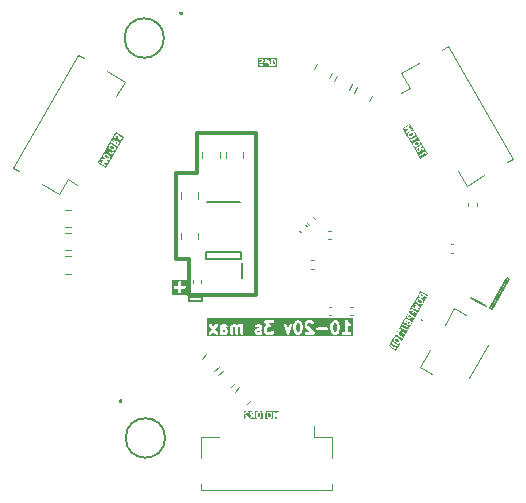
<source format=gbr>
%TF.GenerationSoftware,KiCad,Pcbnew,9.0.3*%
%TF.CreationDate,2025-09-25T19:14:03+02:00*%
%TF.ProjectId,PCB_PAPI,5043425f-5041-4504-992e-6b696361645f,rev?*%
%TF.SameCoordinates,Original*%
%TF.FileFunction,Legend,Bot*%
%TF.FilePolarity,Positive*%
%FSLAX46Y46*%
G04 Gerber Fmt 4.6, Leading zero omitted, Abs format (unit mm)*
G04 Created by KiCad (PCBNEW 9.0.3) date 2025-09-25 19:14:03*
%MOMM*%
%LPD*%
G01*
G04 APERTURE LIST*
%ADD10C,0.125000*%
%ADD11C,0.250000*%
%ADD12C,0.300000*%
%ADD13C,0.200000*%
%ADD14C,0.120000*%
%ADD15C,0.100000*%
%ADD16C,0.046000*%
G04 APERTURE END LIST*
D10*
G36*
X129625617Y-68046127D02*
G01*
X129655632Y-68076142D01*
X129671836Y-68108550D01*
X129692116Y-68189669D01*
X129692116Y-68245710D01*
X129671836Y-68326829D01*
X129655632Y-68359237D01*
X129625617Y-68389252D01*
X129577806Y-68405190D01*
X129531402Y-68405190D01*
X129531402Y-68030190D01*
X129577806Y-68030190D01*
X129625617Y-68046127D01*
G37*
G36*
X129879616Y-68592690D02*
G01*
X128272474Y-68592690D01*
X128272474Y-68324833D01*
X128334974Y-68324833D01*
X128334974Y-68372452D01*
X128335584Y-68375521D01*
X128335131Y-68376882D01*
X128337778Y-68386548D01*
X128339732Y-68396370D01*
X128340745Y-68397383D01*
X128341572Y-68400402D01*
X128365381Y-68448021D01*
X128371523Y-68455935D01*
X128377090Y-68464266D01*
X128400900Y-68488075D01*
X128409233Y-68493642D01*
X128417142Y-68499781D01*
X128464761Y-68523592D01*
X128467780Y-68524418D01*
X128468794Y-68525432D01*
X128478619Y-68527386D01*
X128488281Y-68530032D01*
X128489640Y-68529578D01*
X128492712Y-68530190D01*
X128611759Y-68530190D01*
X128621584Y-68528235D01*
X128631523Y-68526983D01*
X128702953Y-68503173D01*
X128724139Y-68491095D01*
X128730895Y-68477583D01*
X128788142Y-68477583D01*
X128813212Y-68518322D01*
X128859747Y-68529402D01*
X128900486Y-68504332D01*
X128910654Y-68482166D01*
X128972331Y-68223119D01*
X129003750Y-68340937D01*
X129014510Y-68362821D01*
X129021883Y-68367089D01*
X129026152Y-68374463D01*
X129041848Y-68378648D01*
X129055907Y-68386788D01*
X129064139Y-68384592D01*
X129072372Y-68386788D01*
X129086433Y-68378647D01*
X129102128Y-68374462D01*
X129106395Y-68367090D01*
X129113770Y-68362821D01*
X129124530Y-68340937D01*
X129155948Y-68223119D01*
X129217626Y-68482166D01*
X129227794Y-68504332D01*
X129268533Y-68529402D01*
X129315068Y-68518322D01*
X129340138Y-68477583D01*
X129339226Y-68453214D01*
X129223625Y-67967690D01*
X129406402Y-67967690D01*
X129406402Y-68467690D01*
X129411160Y-68491608D01*
X129444984Y-68525432D01*
X129468902Y-68530190D01*
X129587950Y-68530190D01*
X129597773Y-68528235D01*
X129607715Y-68526983D01*
X129679143Y-68503173D01*
X129681864Y-68501622D01*
X129683295Y-68501622D01*
X129691617Y-68496061D01*
X129700329Y-68491095D01*
X129700970Y-68489812D01*
X129703572Y-68488074D01*
X129751191Y-68440455D01*
X129756757Y-68432123D01*
X129762898Y-68424212D01*
X129786709Y-68376593D01*
X129788517Y-68369988D01*
X129791441Y-68363800D01*
X129815250Y-68268562D01*
X129815622Y-68260913D01*
X129817116Y-68253404D01*
X129817116Y-68181976D01*
X129815622Y-68174466D01*
X129815250Y-68166818D01*
X129791441Y-68071580D01*
X129788517Y-68065391D01*
X129786709Y-68058787D01*
X129762898Y-68011168D01*
X129756757Y-68003256D01*
X129751191Y-67994925D01*
X129703572Y-67947306D01*
X129700970Y-67945567D01*
X129700329Y-67944285D01*
X129691617Y-67939318D01*
X129683295Y-67933758D01*
X129681864Y-67933758D01*
X129679143Y-67932207D01*
X129607715Y-67908397D01*
X129597773Y-67907144D01*
X129587950Y-67905190D01*
X129468902Y-67905190D01*
X129444984Y-67909948D01*
X129411160Y-67943772D01*
X129406402Y-67967690D01*
X129223625Y-67967690D01*
X129220178Y-67953214D01*
X129210010Y-67931048D01*
X129202048Y-67926148D01*
X129197366Y-67918061D01*
X129182436Y-67914079D01*
X129169271Y-67905978D01*
X129160176Y-67908143D01*
X129151145Y-67905735D01*
X129137770Y-67913478D01*
X129122736Y-67917058D01*
X129117837Y-67925018D01*
X129109748Y-67929702D01*
X129098988Y-67951586D01*
X129064140Y-68082266D01*
X129029292Y-67951586D01*
X129018532Y-67929702D01*
X129010443Y-67925018D01*
X129005544Y-67917058D01*
X128990508Y-67913478D01*
X128977134Y-67905735D01*
X128968102Y-67908143D01*
X128959009Y-67905978D01*
X128945846Y-67914078D01*
X128930914Y-67918060D01*
X128926230Y-67926148D01*
X128918270Y-67931048D01*
X128908102Y-67953214D01*
X128789054Y-68453214D01*
X128788142Y-68477583D01*
X128730895Y-68477583D01*
X128745531Y-68448311D01*
X128730403Y-68402930D01*
X128687619Y-68381538D01*
X128663424Y-68384587D01*
X128601616Y-68405190D01*
X128507465Y-68405190D01*
X128482115Y-68392514D01*
X128472649Y-68383049D01*
X128459974Y-68357698D01*
X128459974Y-68339587D01*
X128472650Y-68314235D01*
X128482114Y-68304770D01*
X128514524Y-68288565D01*
X128603109Y-68266419D01*
X128609298Y-68263494D01*
X128615900Y-68261687D01*
X128663519Y-68237878D01*
X128671433Y-68231735D01*
X128679764Y-68226169D01*
X128703573Y-68202359D01*
X128709140Y-68194025D01*
X128715279Y-68186117D01*
X128739090Y-68138498D01*
X128739916Y-68135478D01*
X128740930Y-68134465D01*
X128742884Y-68124639D01*
X128745530Y-68114978D01*
X128745076Y-68113618D01*
X128745688Y-68110547D01*
X128745688Y-68062928D01*
X128745076Y-68059856D01*
X128745530Y-68058497D01*
X128742884Y-68048835D01*
X128740930Y-68039010D01*
X128739916Y-68037996D01*
X128739090Y-68034977D01*
X128715279Y-67987358D01*
X128709138Y-67979446D01*
X128703572Y-67971115D01*
X128679763Y-67947306D01*
X128671431Y-67941739D01*
X128663520Y-67935599D01*
X128615901Y-67911789D01*
X128612882Y-67910962D01*
X128611868Y-67909948D01*
X128602037Y-67907992D01*
X128592381Y-67905348D01*
X128591021Y-67905801D01*
X128587950Y-67905190D01*
X128468902Y-67905190D01*
X128459077Y-67907144D01*
X128449137Y-67908397D01*
X128377709Y-67932207D01*
X128356523Y-67944285D01*
X128335132Y-67987070D01*
X128350259Y-68032451D01*
X128393044Y-68053842D01*
X128417239Y-68050793D01*
X128479046Y-68030190D01*
X128573196Y-68030190D01*
X128598547Y-68042866D01*
X128608013Y-68052332D01*
X128620688Y-68077681D01*
X128620688Y-68095793D01*
X128608012Y-68121143D01*
X128598547Y-68130609D01*
X128566136Y-68146814D01*
X128477553Y-68168961D01*
X128471362Y-68171885D01*
X128464761Y-68173693D01*
X128417143Y-68197502D01*
X128409225Y-68203646D01*
X128400899Y-68209210D01*
X128377089Y-68233020D01*
X128371524Y-68241348D01*
X128365381Y-68249264D01*
X128341572Y-68296883D01*
X128340745Y-68299901D01*
X128339732Y-68300915D01*
X128337778Y-68310736D01*
X128335131Y-68320403D01*
X128335584Y-68321763D01*
X128334974Y-68324833D01*
X128272474Y-68324833D01*
X128272474Y-67842690D01*
X129879616Y-67842690D01*
X129879616Y-68592690D01*
G37*
D11*
G36*
X125485689Y-90924454D02*
G01*
X125501478Y-90956031D01*
X125501478Y-90992252D01*
X125485688Y-91023831D01*
X125454113Y-91039619D01*
X125275288Y-91039619D01*
X125275288Y-90908666D01*
X125454113Y-90908666D01*
X125485689Y-90924454D01*
G37*
G36*
X131742910Y-90314969D02*
G01*
X131761842Y-90333902D01*
X131794252Y-90398723D01*
X131834812Y-90560960D01*
X131834812Y-90768277D01*
X131794252Y-90930513D01*
X131761841Y-90995336D01*
X131742910Y-91014268D01*
X131692209Y-91039619D01*
X131655988Y-91039619D01*
X131605286Y-91014268D01*
X131586354Y-90995336D01*
X131553943Y-90930515D01*
X131513384Y-90768277D01*
X131513384Y-90560960D01*
X131553943Y-90398722D01*
X131586353Y-90333901D01*
X131605286Y-90314969D01*
X131655988Y-90289619D01*
X131692209Y-90289619D01*
X131742910Y-90314969D01*
G37*
G36*
X134885767Y-90314969D02*
G01*
X134904699Y-90333902D01*
X134937109Y-90398723D01*
X134977669Y-90560960D01*
X134977669Y-90768277D01*
X134937109Y-90930513D01*
X134904698Y-90995336D01*
X134885767Y-91014268D01*
X134835066Y-91039619D01*
X134798845Y-91039619D01*
X134748143Y-91014268D01*
X134729211Y-90995336D01*
X134696800Y-90930515D01*
X134656241Y-90768277D01*
X134656241Y-90560960D01*
X134696800Y-90398722D01*
X134729210Y-90333901D01*
X134748143Y-90314969D01*
X134798845Y-90289619D01*
X134835066Y-90289619D01*
X134885767Y-90314969D01*
G37*
G36*
X136304068Y-91414619D02*
G01*
X123995896Y-91414619D01*
X123995896Y-90507558D01*
X124120896Y-90507558D01*
X124134059Y-90554520D01*
X124147236Y-90575180D01*
X124348461Y-90831285D01*
X124147236Y-91087391D01*
X124134059Y-91108051D01*
X124120896Y-91155013D01*
X124126707Y-91203439D01*
X124150607Y-91245954D01*
X124188958Y-91276086D01*
X124235920Y-91289249D01*
X124284346Y-91283438D01*
X124326861Y-91259538D01*
X124343816Y-91241847D01*
X124507430Y-91033610D01*
X124671045Y-91241847D01*
X124688000Y-91259538D01*
X124730515Y-91283438D01*
X124778941Y-91289249D01*
X124825903Y-91276086D01*
X124864254Y-91245954D01*
X124888154Y-91203439D01*
X124893965Y-91155013D01*
X124880802Y-91108051D01*
X124867625Y-91087391D01*
X124666399Y-90831285D01*
X124816059Y-90640809D01*
X125025288Y-90640809D01*
X125025288Y-91164619D01*
X125027690Y-91189005D01*
X125046354Y-91234065D01*
X125080842Y-91268553D01*
X125125902Y-91287217D01*
X125174674Y-91287217D01*
X125195399Y-91278632D01*
X125212510Y-91285180D01*
X125216990Y-91285498D01*
X125221140Y-91287217D01*
X125245526Y-91289619D01*
X125483621Y-91289619D01*
X125508007Y-91287217D01*
X125512155Y-91285498D01*
X125516637Y-91285180D01*
X125539523Y-91276422D01*
X125634760Y-91228804D01*
X125638837Y-91226237D01*
X125640764Y-91225595D01*
X125643163Y-91223513D01*
X125655498Y-91215749D01*
X125665764Y-91203911D01*
X125677609Y-91193639D01*
X125685376Y-91181299D01*
X125687454Y-91178904D01*
X125688095Y-91176980D01*
X125690663Y-91172901D01*
X125738282Y-91077662D01*
X125747039Y-91054777D01*
X125747357Y-91050296D01*
X125749076Y-91046147D01*
X125751478Y-91021761D01*
X125751478Y-90926523D01*
X125749076Y-90902137D01*
X125747357Y-90897987D01*
X125747039Y-90893507D01*
X125738281Y-90870621D01*
X125690662Y-90775383D01*
X125688095Y-90771306D01*
X125687454Y-90769381D01*
X125685374Y-90766982D01*
X125677608Y-90754646D01*
X125665767Y-90744376D01*
X125655498Y-90732536D01*
X125643160Y-90724769D01*
X125640763Y-90722690D01*
X125638838Y-90722048D01*
X125634760Y-90719481D01*
X125539523Y-90671863D01*
X125516637Y-90663105D01*
X125512155Y-90662786D01*
X125508007Y-90661068D01*
X125483621Y-90658666D01*
X125281113Y-90658666D01*
X125291076Y-90638740D01*
X125322654Y-90622952D01*
X125454113Y-90622952D01*
X125522957Y-90657374D01*
X125545843Y-90666132D01*
X125594492Y-90669589D01*
X125640763Y-90654166D01*
X125656164Y-90640809D01*
X125930049Y-90640809D01*
X125930049Y-91164619D01*
X125932451Y-91189005D01*
X125951115Y-91234065D01*
X125985603Y-91268553D01*
X126030663Y-91287217D01*
X126079435Y-91287217D01*
X126124495Y-91268553D01*
X126158983Y-91234065D01*
X126177647Y-91189005D01*
X126180049Y-91164619D01*
X126180049Y-90670317D01*
X126195836Y-90638741D01*
X126227416Y-90622952D01*
X126311256Y-90622952D01*
X126342832Y-90638740D01*
X126358621Y-90670317D01*
X126358621Y-91164619D01*
X126361023Y-91189005D01*
X126379687Y-91234065D01*
X126414175Y-91268553D01*
X126459235Y-91287217D01*
X126508007Y-91287217D01*
X126553067Y-91268553D01*
X126587555Y-91234065D01*
X126606219Y-91189005D01*
X126608621Y-91164619D01*
X126608621Y-90670317D01*
X126624409Y-90638740D01*
X126655987Y-90622952D01*
X126739827Y-90622952D01*
X126787192Y-90646634D01*
X126787192Y-91164619D01*
X126789594Y-91189005D01*
X126808258Y-91234065D01*
X126842746Y-91268553D01*
X126887806Y-91287217D01*
X126936578Y-91287217D01*
X126981638Y-91268553D01*
X127016126Y-91234065D01*
X127034790Y-91189005D01*
X127037192Y-91164619D01*
X127037192Y-90974142D01*
X127977669Y-90974142D01*
X127977669Y-91021761D01*
X127980071Y-91046147D01*
X127981789Y-91050296D01*
X127982108Y-91054776D01*
X127990865Y-91077662D01*
X128038484Y-91172901D01*
X128041051Y-91176979D01*
X128041693Y-91178904D01*
X128043771Y-91181300D01*
X128051538Y-91193638D01*
X128063380Y-91203909D01*
X128073649Y-91215749D01*
X128085982Y-91223513D01*
X128088383Y-91225595D01*
X128090310Y-91226237D01*
X128094386Y-91228803D01*
X128189624Y-91276422D01*
X128212510Y-91285180D01*
X128216990Y-91285498D01*
X128221140Y-91287217D01*
X128245526Y-91289619D01*
X128436002Y-91289619D01*
X128460388Y-91287217D01*
X128464536Y-91285498D01*
X128469018Y-91285180D01*
X128491904Y-91276422D01*
X128587141Y-91228804D01*
X128607879Y-91215749D01*
X128639835Y-91178904D01*
X128655258Y-91132634D01*
X128651800Y-91083984D01*
X128629989Y-91040361D01*
X128593144Y-91008405D01*
X128546873Y-90992982D01*
X128498224Y-90996439D01*
X128475338Y-91005197D01*
X128406494Y-91039619D01*
X128275035Y-91039619D01*
X128243458Y-91023830D01*
X128230518Y-90997951D01*
X128243457Y-90972073D01*
X128275035Y-90956285D01*
X128388383Y-90956285D01*
X128412769Y-90953883D01*
X128416917Y-90952164D01*
X128421399Y-90951846D01*
X128444285Y-90943088D01*
X128539522Y-90895470D01*
X128543600Y-90892902D01*
X128545525Y-90892261D01*
X128547922Y-90890181D01*
X128560260Y-90882415D01*
X128570529Y-90870574D01*
X128582370Y-90860305D01*
X128590136Y-90847968D01*
X128592216Y-90845570D01*
X128592857Y-90843644D01*
X128595424Y-90839568D01*
X128643043Y-90744330D01*
X128646213Y-90736047D01*
X128787193Y-90736047D01*
X128787193Y-90974142D01*
X128789595Y-90998528D01*
X128791313Y-91002676D01*
X128791632Y-91007158D01*
X128800390Y-91030044D01*
X128848008Y-91125281D01*
X128854615Y-91135777D01*
X128855878Y-91138825D01*
X128858695Y-91142258D01*
X128861063Y-91146019D01*
X128863557Y-91148182D01*
X128871423Y-91157767D01*
X128919042Y-91205387D01*
X128928630Y-91213256D01*
X128930792Y-91215749D01*
X128934546Y-91218112D01*
X128937983Y-91220933D01*
X128941036Y-91222197D01*
X128951529Y-91228803D01*
X129046767Y-91276422D01*
X129069653Y-91285180D01*
X129074133Y-91285498D01*
X129078283Y-91287217D01*
X129102669Y-91289619D01*
X129388383Y-91289619D01*
X129412769Y-91287217D01*
X129416917Y-91285498D01*
X129421399Y-91285180D01*
X129444285Y-91276422D01*
X129539522Y-91228804D01*
X129550018Y-91222196D01*
X129553068Y-91220933D01*
X129556501Y-91218114D01*
X129560260Y-91215749D01*
X129562422Y-91213255D01*
X129572010Y-91205387D01*
X129619629Y-91157768D01*
X129635174Y-91138825D01*
X129653838Y-91093766D01*
X129653838Y-91044992D01*
X129635173Y-90999933D01*
X129600685Y-90965446D01*
X129555625Y-90946782D01*
X129506852Y-90946782D01*
X129461792Y-90965447D01*
X129442851Y-90980993D01*
X129409576Y-91014268D01*
X129358875Y-91039619D01*
X129132178Y-91039619D01*
X129081476Y-91014268D01*
X129062544Y-90995336D01*
X129037193Y-90944634D01*
X129037193Y-90765555D01*
X129062543Y-90714853D01*
X129081476Y-90695921D01*
X129132178Y-90670571D01*
X129245526Y-90670571D01*
X129258419Y-90669301D01*
X129261704Y-90669520D01*
X129263967Y-90668754D01*
X129269912Y-90668169D01*
X129288666Y-90660400D01*
X129307905Y-90653894D01*
X129311077Y-90651118D01*
X129314972Y-90649505D01*
X129329329Y-90635147D01*
X129344610Y-90621777D01*
X129346478Y-90617998D01*
X129349460Y-90615017D01*
X129357227Y-90596264D01*
X129366231Y-90578059D01*
X129366511Y-90573849D01*
X129368124Y-90569957D01*
X129368124Y-90549660D01*
X129369475Y-90529393D01*
X129368124Y-90525398D01*
X129368124Y-90521185D01*
X129366068Y-90516221D01*
X130455202Y-90516221D01*
X130461142Y-90539994D01*
X130699237Y-91206661D01*
X130709701Y-91228818D01*
X130713911Y-91233469D01*
X130716598Y-91239141D01*
X130730157Y-91251416D01*
X130742433Y-91264976D01*
X130748105Y-91267662D01*
X130752756Y-91271873D01*
X130769980Y-91278024D01*
X130786511Y-91285855D01*
X130792776Y-91286166D01*
X130798686Y-91288277D01*
X130816961Y-91287368D01*
X130835224Y-91288276D01*
X130841130Y-91286166D01*
X130847398Y-91285855D01*
X130863930Y-91278024D01*
X130881154Y-91271873D01*
X130885805Y-91267662D01*
X130891477Y-91264976D01*
X130903752Y-91251416D01*
X130917312Y-91239141D01*
X130919998Y-91233469D01*
X130924209Y-91228818D01*
X130934673Y-91206661D01*
X131170776Y-90545571D01*
X131263384Y-90545571D01*
X131263384Y-90783666D01*
X131263803Y-90787920D01*
X131263532Y-90789742D01*
X131264881Y-90798870D01*
X131265786Y-90808052D01*
X131266490Y-90809753D01*
X131267116Y-90813983D01*
X131314735Y-91004459D01*
X131315378Y-91006258D01*
X131315442Y-91007158D01*
X131319324Y-91017304D01*
X131322980Y-91027534D01*
X131323516Y-91028258D01*
X131324200Y-91030044D01*
X131371818Y-91125281D01*
X131378425Y-91135777D01*
X131379688Y-91138825D01*
X131382505Y-91142258D01*
X131384873Y-91146019D01*
X131387367Y-91148182D01*
X131395233Y-91157767D01*
X131442852Y-91205387D01*
X131452440Y-91213256D01*
X131454602Y-91215749D01*
X131458356Y-91218112D01*
X131461793Y-91220933D01*
X131464846Y-91222197D01*
X131475339Y-91228803D01*
X131570577Y-91276422D01*
X131593463Y-91285180D01*
X131597943Y-91285498D01*
X131602093Y-91287217D01*
X131626479Y-91289619D01*
X131721717Y-91289619D01*
X131746103Y-91287217D01*
X131750251Y-91285498D01*
X131754733Y-91285180D01*
X131777619Y-91276422D01*
X131872856Y-91228804D01*
X131883352Y-91222196D01*
X131886402Y-91220933D01*
X131889835Y-91218114D01*
X131893594Y-91215749D01*
X131895756Y-91213255D01*
X131905344Y-91205387D01*
X131952963Y-91157768D01*
X131960830Y-91148180D01*
X131963323Y-91146019D01*
X131965689Y-91142259D01*
X131968508Y-91138825D01*
X131969770Y-91135776D01*
X131976377Y-91125282D01*
X132023996Y-91030044D01*
X132024679Y-91028258D01*
X132025216Y-91027534D01*
X132028871Y-91017304D01*
X132032754Y-91007158D01*
X132032817Y-91006258D01*
X132033461Y-91004459D01*
X132081080Y-90813983D01*
X132081705Y-90809753D01*
X132082410Y-90808052D01*
X132083314Y-90798872D01*
X132084664Y-90789743D01*
X132084392Y-90787920D01*
X132084812Y-90783666D01*
X132084812Y-90545571D01*
X132084392Y-90541316D01*
X132084664Y-90539494D01*
X132083314Y-90530364D01*
X132082410Y-90521185D01*
X132081705Y-90519483D01*
X132081080Y-90515254D01*
X132041040Y-90355095D01*
X132215765Y-90355095D01*
X132215765Y-90450333D01*
X132216980Y-90462676D01*
X132216747Y-90465967D01*
X132217731Y-90470296D01*
X132218167Y-90474719D01*
X132219430Y-90477770D01*
X132222180Y-90489861D01*
X132269798Y-90632718D01*
X132279789Y-90655093D01*
X132282732Y-90658486D01*
X132284451Y-90662636D01*
X132299996Y-90681578D01*
X132658036Y-91039619D01*
X132340765Y-91039619D01*
X132316379Y-91042021D01*
X132271319Y-91060685D01*
X132236831Y-91095173D01*
X132218167Y-91140233D01*
X132218167Y-91189005D01*
X132236831Y-91234065D01*
X132271319Y-91268553D01*
X132316379Y-91287217D01*
X132340765Y-91289619D01*
X132959812Y-91289619D01*
X132984198Y-91287217D01*
X132984199Y-91287217D01*
X132997396Y-91281750D01*
X133029258Y-91268553D01*
X133063746Y-91234065D01*
X133076431Y-91203439D01*
X133082410Y-91189006D01*
X133082410Y-91140232D01*
X133069080Y-91108051D01*
X133063746Y-91095173D01*
X133063740Y-91095167D01*
X133048200Y-91076231D01*
X132731250Y-90759280D01*
X133218167Y-90759280D01*
X133218167Y-90808052D01*
X133236831Y-90853112D01*
X133271319Y-90887600D01*
X133316379Y-90906264D01*
X133340765Y-90908666D01*
X134102669Y-90908666D01*
X134127055Y-90906264D01*
X134172115Y-90887600D01*
X134206603Y-90853112D01*
X134225267Y-90808052D01*
X134225267Y-90759280D01*
X134206603Y-90714220D01*
X134172115Y-90679732D01*
X134127055Y-90661068D01*
X134102669Y-90658666D01*
X133340765Y-90658666D01*
X133316379Y-90661068D01*
X133271319Y-90679732D01*
X133236831Y-90714220D01*
X133218167Y-90759280D01*
X132731250Y-90759280D01*
X132517541Y-90545571D01*
X134406241Y-90545571D01*
X134406241Y-90783666D01*
X134406660Y-90787920D01*
X134406389Y-90789742D01*
X134407738Y-90798870D01*
X134408643Y-90808052D01*
X134409347Y-90809753D01*
X134409973Y-90813983D01*
X134457592Y-91004459D01*
X134458235Y-91006258D01*
X134458299Y-91007158D01*
X134462181Y-91017304D01*
X134465837Y-91027534D01*
X134466373Y-91028258D01*
X134467057Y-91030044D01*
X134514675Y-91125281D01*
X134521282Y-91135777D01*
X134522545Y-91138825D01*
X134525362Y-91142258D01*
X134527730Y-91146019D01*
X134530224Y-91148182D01*
X134538090Y-91157767D01*
X134585709Y-91205387D01*
X134595297Y-91213256D01*
X134597459Y-91215749D01*
X134601213Y-91218112D01*
X134604650Y-91220933D01*
X134607703Y-91222197D01*
X134618196Y-91228803D01*
X134713434Y-91276422D01*
X134736320Y-91285180D01*
X134740800Y-91285498D01*
X134744950Y-91287217D01*
X134769336Y-91289619D01*
X134864574Y-91289619D01*
X134888960Y-91287217D01*
X134893108Y-91285498D01*
X134897590Y-91285180D01*
X134920476Y-91276422D01*
X135015713Y-91228804D01*
X135026209Y-91222196D01*
X135029259Y-91220933D01*
X135032692Y-91218114D01*
X135036451Y-91215749D01*
X135038613Y-91213255D01*
X135048201Y-91205387D01*
X135095820Y-91157768D01*
X135103687Y-91148180D01*
X135106180Y-91146019D01*
X135108546Y-91142259D01*
X135110209Y-91140233D01*
X135361024Y-91140233D01*
X135361024Y-91189005D01*
X135379688Y-91234065D01*
X135414176Y-91268553D01*
X135459236Y-91287217D01*
X135483622Y-91289619D01*
X136055050Y-91289619D01*
X136079436Y-91287217D01*
X136124496Y-91268553D01*
X136158984Y-91234065D01*
X136177648Y-91189005D01*
X136177648Y-91140233D01*
X136158984Y-91095173D01*
X136124496Y-91060685D01*
X136079436Y-91042021D01*
X136055050Y-91039619D01*
X135894336Y-91039619D01*
X135894336Y-90508490D01*
X135903910Y-90514517D01*
X135999148Y-90562136D01*
X136022034Y-90570894D01*
X136070683Y-90574351D01*
X136116954Y-90558928D01*
X136153799Y-90526972D01*
X136175610Y-90483349D01*
X136179068Y-90434699D01*
X136163645Y-90388429D01*
X136131689Y-90351584D01*
X136110951Y-90338529D01*
X136033855Y-90299981D01*
X135961714Y-90227840D01*
X135873342Y-90095281D01*
X135873286Y-90095213D01*
X135873270Y-90095173D01*
X135873179Y-90095082D01*
X135857817Y-90076323D01*
X135847532Y-90069435D01*
X135838782Y-90060685D01*
X135827469Y-90055999D01*
X135817293Y-90049184D01*
X135805154Y-90046756D01*
X135793722Y-90042021D01*
X135781477Y-90042021D01*
X135769466Y-90039619D01*
X135757324Y-90042021D01*
X135744950Y-90042021D01*
X135733636Y-90046706D01*
X135721621Y-90049084D01*
X135711322Y-90055949D01*
X135699890Y-90060685D01*
X135691231Y-90069344D01*
X135681040Y-90076138D01*
X135674152Y-90086422D01*
X135665402Y-90095173D01*
X135660716Y-90106485D01*
X135653901Y-90116662D01*
X135651473Y-90128800D01*
X135646738Y-90140233D01*
X135644361Y-90164362D01*
X135644336Y-90164489D01*
X135644344Y-90164532D01*
X135644336Y-90164619D01*
X135644336Y-91039619D01*
X135483622Y-91039619D01*
X135459236Y-91042021D01*
X135414176Y-91060685D01*
X135379688Y-91095173D01*
X135361024Y-91140233D01*
X135110209Y-91140233D01*
X135111365Y-91138825D01*
X135112627Y-91135776D01*
X135119234Y-91125282D01*
X135166853Y-91030044D01*
X135167536Y-91028258D01*
X135168073Y-91027534D01*
X135171728Y-91017304D01*
X135175611Y-91007158D01*
X135175674Y-91006258D01*
X135176318Y-91004459D01*
X135223937Y-90813983D01*
X135224562Y-90809753D01*
X135225267Y-90808052D01*
X135226171Y-90798872D01*
X135227521Y-90789743D01*
X135227249Y-90787920D01*
X135227669Y-90783666D01*
X135227669Y-90545571D01*
X135227249Y-90541316D01*
X135227521Y-90539494D01*
X135226171Y-90530364D01*
X135225267Y-90521185D01*
X135224562Y-90519483D01*
X135223937Y-90515254D01*
X135176318Y-90324778D01*
X135175674Y-90322978D01*
X135175611Y-90322079D01*
X135171728Y-90311932D01*
X135168073Y-90301703D01*
X135167536Y-90300978D01*
X135166853Y-90299193D01*
X135119234Y-90203955D01*
X135112627Y-90193460D01*
X135111364Y-90190410D01*
X135108545Y-90186975D01*
X135106180Y-90183218D01*
X135103688Y-90181056D01*
X135095819Y-90171468D01*
X135048200Y-90123850D01*
X135038614Y-90115983D01*
X135036451Y-90113489D01*
X135032689Y-90111120D01*
X135029258Y-90108305D01*
X135026211Y-90107043D01*
X135015713Y-90100434D01*
X134920476Y-90052816D01*
X134897590Y-90044058D01*
X134893108Y-90043739D01*
X134888960Y-90042021D01*
X134864574Y-90039619D01*
X134769336Y-90039619D01*
X134744950Y-90042021D01*
X134740800Y-90043739D01*
X134736320Y-90044058D01*
X134713434Y-90052816D01*
X134618196Y-90100435D01*
X134607701Y-90107041D01*
X134604651Y-90108305D01*
X134601216Y-90111123D01*
X134597459Y-90113489D01*
X134595297Y-90115980D01*
X134585709Y-90123850D01*
X134538091Y-90171469D01*
X134530224Y-90181054D01*
X134527730Y-90183218D01*
X134525361Y-90186979D01*
X134522546Y-90190411D01*
X134521284Y-90193457D01*
X134514675Y-90203956D01*
X134467057Y-90299193D01*
X134466373Y-90300978D01*
X134465837Y-90301703D01*
X134462181Y-90311932D01*
X134458299Y-90322079D01*
X134458235Y-90322978D01*
X134457592Y-90324778D01*
X134409973Y-90515254D01*
X134409347Y-90519483D01*
X134408643Y-90521185D01*
X134407738Y-90530366D01*
X134406389Y-90539495D01*
X134406660Y-90541316D01*
X134406241Y-90545571D01*
X132517541Y-90545571D01*
X132497637Y-90525667D01*
X132465765Y-90430049D01*
X132465765Y-90384603D01*
X132491115Y-90333901D01*
X132510048Y-90314969D01*
X132560750Y-90289619D01*
X132739828Y-90289619D01*
X132790529Y-90314969D01*
X132823804Y-90348245D01*
X132842746Y-90363790D01*
X132887806Y-90382455D01*
X132936579Y-90382455D01*
X132981639Y-90363790D01*
X133016126Y-90329303D01*
X133034791Y-90284243D01*
X133034791Y-90235470D01*
X133016126Y-90190410D01*
X133000581Y-90171468D01*
X132952962Y-90123850D01*
X132943376Y-90115983D01*
X132941213Y-90113489D01*
X132937451Y-90111120D01*
X132934020Y-90108305D01*
X132930973Y-90107043D01*
X132920475Y-90100434D01*
X132825238Y-90052816D01*
X132802352Y-90044058D01*
X132797870Y-90043739D01*
X132793722Y-90042021D01*
X132769336Y-90039619D01*
X132531241Y-90039619D01*
X132506855Y-90042021D01*
X132502705Y-90043739D01*
X132498225Y-90044058D01*
X132475339Y-90052816D01*
X132380101Y-90100435D01*
X132369606Y-90107041D01*
X132366556Y-90108305D01*
X132363121Y-90111123D01*
X132359364Y-90113489D01*
X132357202Y-90115980D01*
X132347614Y-90123850D01*
X132299996Y-90171469D01*
X132292129Y-90181054D01*
X132289635Y-90183218D01*
X132287266Y-90186979D01*
X132284451Y-90190411D01*
X132283189Y-90193457D01*
X132276580Y-90203956D01*
X132228962Y-90299193D01*
X132220204Y-90322079D01*
X132219885Y-90326560D01*
X132218167Y-90330709D01*
X132215765Y-90355095D01*
X132041040Y-90355095D01*
X132033461Y-90324778D01*
X132032817Y-90322978D01*
X132032754Y-90322079D01*
X132028871Y-90311932D01*
X132025216Y-90301703D01*
X132024679Y-90300978D01*
X132023996Y-90299193D01*
X131976377Y-90203955D01*
X131969770Y-90193460D01*
X131968507Y-90190410D01*
X131965688Y-90186975D01*
X131963323Y-90183218D01*
X131960831Y-90181056D01*
X131952962Y-90171468D01*
X131905343Y-90123850D01*
X131895757Y-90115983D01*
X131893594Y-90113489D01*
X131889832Y-90111120D01*
X131886401Y-90108305D01*
X131883354Y-90107043D01*
X131872856Y-90100434D01*
X131777619Y-90052816D01*
X131754733Y-90044058D01*
X131750251Y-90043739D01*
X131746103Y-90042021D01*
X131721717Y-90039619D01*
X131626479Y-90039619D01*
X131602093Y-90042021D01*
X131597943Y-90043739D01*
X131593463Y-90044058D01*
X131570577Y-90052816D01*
X131475339Y-90100435D01*
X131464844Y-90107041D01*
X131461794Y-90108305D01*
X131458359Y-90111123D01*
X131454602Y-90113489D01*
X131452440Y-90115980D01*
X131442852Y-90123850D01*
X131395234Y-90171469D01*
X131387367Y-90181054D01*
X131384873Y-90183218D01*
X131382504Y-90186979D01*
X131379689Y-90190411D01*
X131378427Y-90193457D01*
X131371818Y-90203956D01*
X131324200Y-90299193D01*
X131323516Y-90300978D01*
X131322980Y-90301703D01*
X131319324Y-90311932D01*
X131315442Y-90322079D01*
X131315378Y-90322978D01*
X131314735Y-90324778D01*
X131267116Y-90515254D01*
X131266490Y-90519483D01*
X131265786Y-90521185D01*
X131264881Y-90530366D01*
X131263532Y-90539495D01*
X131263803Y-90541316D01*
X131263384Y-90545571D01*
X131170776Y-90545571D01*
X131172768Y-90539994D01*
X131178707Y-90516221D01*
X131176286Y-90467509D01*
X131155407Y-90423430D01*
X131119249Y-90390698D01*
X131073319Y-90374295D01*
X131024606Y-90376716D01*
X130980528Y-90397595D01*
X130947796Y-90433753D01*
X130937332Y-90455910D01*
X130816955Y-90792966D01*
X130696578Y-90455910D01*
X130686114Y-90433753D01*
X130653382Y-90397595D01*
X130609303Y-90376716D01*
X130560591Y-90374294D01*
X130514661Y-90390698D01*
X130478503Y-90423430D01*
X130457624Y-90467509D01*
X130455202Y-90516221D01*
X129366068Y-90516221D01*
X129360355Y-90502430D01*
X129353849Y-90483192D01*
X129350373Y-90478330D01*
X129349460Y-90476125D01*
X129347133Y-90473798D01*
X129339598Y-90463258D01*
X129187664Y-90289619D01*
X129531240Y-90289619D01*
X129555626Y-90287217D01*
X129600686Y-90268553D01*
X129635174Y-90234065D01*
X129653838Y-90189005D01*
X129653838Y-90140233D01*
X129635174Y-90095173D01*
X129600686Y-90060685D01*
X129555626Y-90042021D01*
X129531240Y-90039619D01*
X128912193Y-90039619D01*
X128899299Y-90040889D01*
X128896015Y-90040670D01*
X128893751Y-90041435D01*
X128887807Y-90042021D01*
X128869052Y-90049789D01*
X128849814Y-90056296D01*
X128846641Y-90059071D01*
X128842747Y-90060685D01*
X128828389Y-90075042D01*
X128813109Y-90088413D01*
X128811240Y-90092191D01*
X128808259Y-90095173D01*
X128800488Y-90113932D01*
X128791489Y-90132131D01*
X128791208Y-90136337D01*
X128789595Y-90140233D01*
X128789595Y-90160535D01*
X128788244Y-90180797D01*
X128789595Y-90184791D01*
X128789595Y-90189005D01*
X128797363Y-90207759D01*
X128803870Y-90226998D01*
X128807345Y-90231859D01*
X128808259Y-90234065D01*
X128810585Y-90236391D01*
X128818121Y-90246932D01*
X129001435Y-90456433D01*
X128951529Y-90481387D01*
X128941034Y-90487993D01*
X128937984Y-90489257D01*
X128934549Y-90492075D01*
X128930792Y-90494441D01*
X128928630Y-90496932D01*
X128919042Y-90504802D01*
X128871424Y-90552421D01*
X128863557Y-90562006D01*
X128861063Y-90564170D01*
X128858694Y-90567931D01*
X128855879Y-90571363D01*
X128854617Y-90574409D01*
X128848008Y-90584908D01*
X128800390Y-90680145D01*
X128791632Y-90703031D01*
X128791313Y-90707512D01*
X128789595Y-90711661D01*
X128787193Y-90736047D01*
X128646213Y-90736047D01*
X128651801Y-90721444D01*
X128652119Y-90716963D01*
X128653838Y-90712814D01*
X128656240Y-90688428D01*
X128656240Y-90640809D01*
X128653838Y-90616423D01*
X128652119Y-90612273D01*
X128651801Y-90607793D01*
X128643043Y-90584907D01*
X128595424Y-90489669D01*
X128592857Y-90485592D01*
X128592216Y-90483667D01*
X128590136Y-90481268D01*
X128582370Y-90468932D01*
X128570529Y-90458662D01*
X128560260Y-90446822D01*
X128547922Y-90439055D01*
X128545525Y-90436976D01*
X128543600Y-90436334D01*
X128539522Y-90433767D01*
X128444285Y-90386149D01*
X128421399Y-90377391D01*
X128416917Y-90377072D01*
X128412769Y-90375354D01*
X128388383Y-90372952D01*
X128245526Y-90372952D01*
X128221140Y-90375354D01*
X128216990Y-90377072D01*
X128212510Y-90377391D01*
X128189624Y-90386149D01*
X128094386Y-90433768D01*
X128073649Y-90446822D01*
X128041693Y-90483667D01*
X128026269Y-90529937D01*
X128029727Y-90578587D01*
X128051539Y-90622210D01*
X128088384Y-90654166D01*
X128134654Y-90669590D01*
X128183304Y-90666132D01*
X128206190Y-90657374D01*
X128275035Y-90622952D01*
X128358875Y-90622952D01*
X128390451Y-90638740D01*
X128403390Y-90664618D01*
X128390451Y-90690496D01*
X128358875Y-90706285D01*
X128245526Y-90706285D01*
X128221140Y-90708687D01*
X128216990Y-90710405D01*
X128212510Y-90710724D01*
X128189624Y-90719482D01*
X128094386Y-90767101D01*
X128090309Y-90769667D01*
X128088384Y-90770309D01*
X128085985Y-90772388D01*
X128073649Y-90780155D01*
X128063379Y-90791995D01*
X128051539Y-90802265D01*
X128043772Y-90814602D01*
X128041693Y-90817000D01*
X128041051Y-90818924D01*
X128038484Y-90823003D01*
X127990866Y-90918240D01*
X127982108Y-90941126D01*
X127981789Y-90945607D01*
X127980071Y-90949756D01*
X127977669Y-90974142D01*
X127037192Y-90974142D01*
X127037192Y-90497952D01*
X127034790Y-90473566D01*
X127016126Y-90428506D01*
X126981638Y-90394018D01*
X126936578Y-90375354D01*
X126887806Y-90375354D01*
X126842746Y-90394018D01*
X126842155Y-90394608D01*
X126825237Y-90386149D01*
X126802351Y-90377391D01*
X126797869Y-90377072D01*
X126793721Y-90375354D01*
X126769335Y-90372952D01*
X126626478Y-90372952D01*
X126602092Y-90375354D01*
X126597942Y-90377072D01*
X126593462Y-90377391D01*
X126570576Y-90386149D01*
X126483621Y-90429626D01*
X126396666Y-90386149D01*
X126373780Y-90377391D01*
X126369298Y-90377072D01*
X126365150Y-90375354D01*
X126340764Y-90372952D01*
X126197907Y-90372952D01*
X126173521Y-90375354D01*
X126169371Y-90377072D01*
X126164891Y-90377391D01*
X126142006Y-90386148D01*
X126046767Y-90433767D01*
X126042687Y-90436334D01*
X126040764Y-90436976D01*
X126038368Y-90439053D01*
X126026029Y-90446821D01*
X126015756Y-90458665D01*
X126003919Y-90468932D01*
X125996154Y-90481266D01*
X125994073Y-90483666D01*
X125993430Y-90485592D01*
X125990864Y-90489670D01*
X125943246Y-90584907D01*
X125934488Y-90607793D01*
X125934169Y-90612274D01*
X125932451Y-90616423D01*
X125930049Y-90640809D01*
X125656164Y-90640809D01*
X125677608Y-90622210D01*
X125699419Y-90578587D01*
X125702877Y-90529937D01*
X125687454Y-90483667D01*
X125655498Y-90446822D01*
X125634760Y-90433767D01*
X125539523Y-90386149D01*
X125516637Y-90377391D01*
X125512155Y-90377072D01*
X125508007Y-90375354D01*
X125483621Y-90372952D01*
X125293145Y-90372952D01*
X125268759Y-90375354D01*
X125264609Y-90377072D01*
X125260129Y-90377391D01*
X125237243Y-90386149D01*
X125142005Y-90433768D01*
X125137928Y-90436334D01*
X125136003Y-90436976D01*
X125133604Y-90439055D01*
X125121268Y-90446822D01*
X125110998Y-90458662D01*
X125099158Y-90468932D01*
X125091391Y-90481269D01*
X125089312Y-90483667D01*
X125088670Y-90485591D01*
X125086103Y-90489670D01*
X125038485Y-90584907D01*
X125029727Y-90607793D01*
X125029408Y-90612274D01*
X125027690Y-90616423D01*
X125025288Y-90640809D01*
X124816059Y-90640809D01*
X124867625Y-90575180D01*
X124880802Y-90554520D01*
X124893965Y-90507558D01*
X124888154Y-90459132D01*
X124864254Y-90416617D01*
X124825903Y-90386485D01*
X124778941Y-90373322D01*
X124730515Y-90379133D01*
X124688000Y-90403033D01*
X124671045Y-90420724D01*
X124507430Y-90628960D01*
X124343816Y-90420724D01*
X124326861Y-90403033D01*
X124284346Y-90379133D01*
X124235920Y-90373322D01*
X124188958Y-90386485D01*
X124150607Y-90416617D01*
X124126707Y-90459132D01*
X124120896Y-90507558D01*
X123995896Y-90507558D01*
X123995896Y-89914619D01*
X136304068Y-89914619D01*
X136304068Y-91414619D01*
G37*
G36*
X123615029Y-88513666D02*
G01*
X122357929Y-88513666D01*
X122357929Y-88239280D01*
X122482929Y-88239280D01*
X122482929Y-88288052D01*
X122501593Y-88333112D01*
X122536081Y-88367600D01*
X122581141Y-88386264D01*
X122605527Y-88388666D01*
X123367431Y-88388666D01*
X123391817Y-88386264D01*
X123436877Y-88367600D01*
X123471365Y-88333112D01*
X123490029Y-88288052D01*
X123490029Y-88239280D01*
X123471365Y-88194220D01*
X123436877Y-88159732D01*
X123391817Y-88141068D01*
X123367431Y-88138666D01*
X122605527Y-88138666D01*
X122581141Y-88141068D01*
X122536081Y-88159732D01*
X122501593Y-88194220D01*
X122482929Y-88239280D01*
X122357929Y-88239280D01*
X122357929Y-88013666D01*
X123615029Y-88013666D01*
X123615029Y-88513666D01*
G37*
G36*
X122285029Y-87892217D02*
G01*
X121027929Y-87892217D01*
X121027929Y-87239280D01*
X121152929Y-87239280D01*
X121152929Y-87288052D01*
X121171593Y-87333112D01*
X121206081Y-87367600D01*
X121251141Y-87386264D01*
X121275527Y-87388666D01*
X121531479Y-87388666D01*
X121531479Y-87644619D01*
X121533881Y-87669005D01*
X121552545Y-87714065D01*
X121587033Y-87748553D01*
X121632093Y-87767217D01*
X121680865Y-87767217D01*
X121725925Y-87748553D01*
X121760413Y-87714065D01*
X121779077Y-87669005D01*
X121781479Y-87644619D01*
X121781479Y-87388666D01*
X122037431Y-87388666D01*
X122061817Y-87386264D01*
X122106877Y-87367600D01*
X122141365Y-87333112D01*
X122160029Y-87288052D01*
X122160029Y-87239280D01*
X122141365Y-87194220D01*
X122106877Y-87159732D01*
X122061817Y-87141068D01*
X122037431Y-87138666D01*
X121781479Y-87138666D01*
X121781479Y-86882714D01*
X121779077Y-86858328D01*
X121760413Y-86813268D01*
X121725925Y-86778780D01*
X121680865Y-86760116D01*
X121632093Y-86760116D01*
X121587033Y-86778780D01*
X121552545Y-86813268D01*
X121533881Y-86858328D01*
X121531479Y-86882714D01*
X121531479Y-87138666D01*
X121275527Y-87138666D01*
X121251141Y-87141068D01*
X121206081Y-87159732D01*
X121171593Y-87194220D01*
X121152929Y-87239280D01*
X121027929Y-87239280D01*
X121027929Y-86635116D01*
X122285029Y-86635116D01*
X122285029Y-87892217D01*
G37*
D10*
G36*
X140042711Y-91633935D02*
G01*
X140173723Y-91709575D01*
X140226320Y-91760432D01*
X140236644Y-91798960D01*
X140234946Y-91827254D01*
X140202080Y-91884178D01*
X140178427Y-91899795D01*
X140139900Y-91910119D01*
X140069556Y-91889995D01*
X139938544Y-91814356D01*
X139885947Y-91763499D01*
X139875623Y-91724971D01*
X139877321Y-91696678D01*
X139910185Y-91639754D01*
X139933838Y-91624137D01*
X139972369Y-91613813D01*
X140042711Y-91633935D01*
G37*
G36*
X141151549Y-90239651D02*
G01*
X141094938Y-90337704D01*
X141071284Y-90353321D01*
X141058356Y-90356785D01*
X141030061Y-90355086D01*
X140993758Y-90334127D01*
X140978141Y-90310474D01*
X140975870Y-90301999D01*
X140985974Y-90252627D01*
X141032986Y-90171199D01*
X141151549Y-90239651D01*
G37*
G36*
X140924732Y-90108699D02*
G01*
X140880027Y-90186131D01*
X140856372Y-90201749D01*
X140843444Y-90205213D01*
X140815151Y-90203515D01*
X140799466Y-90194459D01*
X140783849Y-90170806D01*
X140780385Y-90157878D01*
X140782083Y-90129584D01*
X140826789Y-90052151D01*
X140924732Y-90108699D01*
G37*
G36*
X141195352Y-89687590D02*
G01*
X141138740Y-89785644D01*
X141115088Y-89801261D01*
X141102159Y-89804725D01*
X141073865Y-89803026D01*
X141037562Y-89782066D01*
X141021944Y-89758413D01*
X141018480Y-89745485D01*
X141020178Y-89717191D01*
X141076789Y-89619138D01*
X141195352Y-89687590D01*
G37*
G36*
X141959381Y-88314171D02*
G01*
X142090390Y-88389811D01*
X142142987Y-88440667D01*
X142153311Y-88479195D01*
X142151613Y-88507489D01*
X142118747Y-88564413D01*
X142095094Y-88580030D01*
X142056566Y-88590354D01*
X141986224Y-88570232D01*
X141855211Y-88494592D01*
X141802614Y-88443735D01*
X141792290Y-88405207D01*
X141793988Y-88376913D01*
X141826852Y-88319990D01*
X141850505Y-88304373D01*
X141889036Y-88294048D01*
X141959381Y-88314171D01*
G37*
G36*
X142219162Y-87914299D02*
G01*
X142162550Y-88012353D01*
X142138898Y-88027970D01*
X142125969Y-88031434D01*
X142097675Y-88029735D01*
X142061372Y-88008775D01*
X142045754Y-87985122D01*
X142042290Y-87972194D01*
X142043988Y-87943900D01*
X142100599Y-87845847D01*
X142219162Y-87914299D01*
G37*
G36*
X142681490Y-87964718D02*
G01*
X139985060Y-92635070D01*
X139335540Y-92260070D01*
X139366665Y-92206160D01*
X139444329Y-92206160D01*
X139456709Y-92252364D01*
X139475044Y-92268444D01*
X139908057Y-92518443D01*
X139931149Y-92526282D01*
X139939439Y-92524060D01*
X139947740Y-92526245D01*
X139961721Y-92518089D01*
X139977354Y-92513901D01*
X139981645Y-92506468D01*
X139989061Y-92502143D01*
X139993180Y-92486488D01*
X140001272Y-92472474D01*
X139999050Y-92464184D01*
X140001235Y-92455884D01*
X139993294Y-92432826D01*
X139821718Y-92138681D01*
X140050914Y-92271007D01*
X140074006Y-92278846D01*
X140120211Y-92266465D01*
X140144129Y-92225038D01*
X140131748Y-92178834D01*
X140113414Y-92162754D01*
X139680401Y-91912754D01*
X139657308Y-91904916D01*
X139649017Y-91907137D01*
X139640718Y-91904953D01*
X139626739Y-91913106D01*
X139611104Y-91917296D01*
X139606812Y-91924729D01*
X139599397Y-91929055D01*
X139595277Y-91944709D01*
X139587186Y-91958724D01*
X139589407Y-91967014D01*
X139587223Y-91975314D01*
X139595164Y-91998372D01*
X139766738Y-92292515D01*
X139537544Y-92160190D01*
X139514451Y-92152352D01*
X139468247Y-92164732D01*
X139444329Y-92206160D01*
X139366665Y-92206160D01*
X139642959Y-91727605D01*
X139750240Y-91727605D01*
X139751602Y-91737531D01*
X139752258Y-91747527D01*
X139769688Y-91812575D01*
X139772681Y-91818645D01*
X139772726Y-91821283D01*
X139777087Y-91827578D01*
X139780474Y-91834446D01*
X139782758Y-91835764D01*
X139786613Y-91841329D01*
X139857187Y-91909568D01*
X139863624Y-91913714D01*
X139869382Y-91918764D01*
X140013720Y-92002097D01*
X140020969Y-92004557D01*
X140027780Y-92008060D01*
X140122163Y-92035060D01*
X140128910Y-92035616D01*
X140131195Y-92036935D01*
X140138836Y-92036434D01*
X140146467Y-92037063D01*
X140148773Y-92035782D01*
X140155529Y-92035340D01*
X140220579Y-92017910D01*
X140229563Y-92013479D01*
X140238839Y-92009697D01*
X140283267Y-91980363D01*
X140285492Y-91978162D01*
X140286878Y-91977791D01*
X140293488Y-91970253D01*
X140300606Y-91963214D01*
X140300893Y-91961810D01*
X140302958Y-91959456D01*
X140350576Y-91876977D01*
X140351582Y-91874013D01*
X140352655Y-91873062D01*
X140355195Y-91863368D01*
X140358415Y-91853885D01*
X140358044Y-91852500D01*
X140358838Y-91849472D01*
X140362028Y-91796328D01*
X140360664Y-91786399D01*
X140360010Y-91776407D01*
X140342580Y-91711358D01*
X140339586Y-91705287D01*
X140339542Y-91702649D01*
X140335180Y-91696353D01*
X140331794Y-91689486D01*
X140329509Y-91688166D01*
X140325654Y-91682602D01*
X140255081Y-91614364D01*
X140248644Y-91610218D01*
X140242886Y-91605168D01*
X140098549Y-91521835D01*
X140091296Y-91519373D01*
X140084488Y-91515872D01*
X139990104Y-91488873D01*
X139983358Y-91488317D01*
X139981074Y-91486998D01*
X139973431Y-91487498D01*
X139965800Y-91486870D01*
X139963493Y-91488150D01*
X139956739Y-91488593D01*
X139891691Y-91506021D01*
X139882703Y-91510452D01*
X139873429Y-91514235D01*
X139829000Y-91543570D01*
X139826773Y-91545772D01*
X139825390Y-91546143D01*
X139818782Y-91553676D01*
X139811662Y-91560720D01*
X139811374Y-91562122D01*
X139809310Y-91564477D01*
X139761691Y-91646956D01*
X139760684Y-91649920D01*
X139759613Y-91650871D01*
X139757072Y-91660562D01*
X139753853Y-91670049D01*
X139754223Y-91671432D01*
X139753430Y-91674461D01*
X139750240Y-91727605D01*
X139642959Y-91727605D01*
X139854761Y-91360753D01*
X139932424Y-91360753D01*
X139944804Y-91406958D01*
X139986231Y-91430876D01*
X140032436Y-91418496D01*
X140048516Y-91400161D01*
X140088694Y-91330569D01*
X140467581Y-91549319D01*
X140490673Y-91557158D01*
X140536878Y-91544777D01*
X140560796Y-91503350D01*
X140548415Y-91457146D01*
X140530081Y-91441066D01*
X140151195Y-91222316D01*
X140191374Y-91152725D01*
X140199212Y-91129632D01*
X140190537Y-91097256D01*
X140222912Y-91088582D01*
X140238992Y-91070247D01*
X140279170Y-91000655D01*
X140658057Y-91219405D01*
X140681149Y-91227244D01*
X140727354Y-91214863D01*
X140751272Y-91173436D01*
X140738891Y-91127232D01*
X140720557Y-91111152D01*
X140341671Y-90892402D01*
X140381850Y-90822811D01*
X140389688Y-90799718D01*
X140377308Y-90753514D01*
X140335881Y-90729596D01*
X140289676Y-90741976D01*
X140273597Y-90760311D01*
X140130738Y-91007747D01*
X140122900Y-91030839D01*
X140131574Y-91063215D01*
X140099200Y-91071890D01*
X140083121Y-91090225D01*
X139940262Y-91337661D01*
X139932424Y-91360753D01*
X139854761Y-91360753D01*
X140271427Y-90639066D01*
X140349091Y-90639066D01*
X140361471Y-90685270D01*
X140379806Y-90701350D01*
X140730340Y-90903731D01*
X140733304Y-90904737D01*
X140734255Y-90905809D01*
X140743946Y-90908349D01*
X140753433Y-90911569D01*
X140754816Y-90911198D01*
X140757845Y-90911992D01*
X140810989Y-90915182D01*
X140820917Y-90913818D01*
X140830910Y-90913164D01*
X140863435Y-90904449D01*
X140872414Y-90900020D01*
X140881696Y-90896236D01*
X140926124Y-90866902D01*
X140928349Y-90864701D01*
X140929735Y-90864330D01*
X140936345Y-90856792D01*
X140943463Y-90849753D01*
X140943750Y-90848349D01*
X140945815Y-90845995D01*
X140993433Y-90763516D01*
X140994439Y-90760552D01*
X140995512Y-90759601D01*
X140998052Y-90749907D01*
X141001272Y-90740424D01*
X141000901Y-90739039D01*
X141001695Y-90736011D01*
X141004885Y-90682867D01*
X141003521Y-90672938D01*
X141002867Y-90662946D01*
X140994152Y-90630421D01*
X140989723Y-90621440D01*
X140985939Y-90612160D01*
X140956604Y-90567731D01*
X140954403Y-90565505D01*
X140954032Y-90564121D01*
X140946493Y-90557509D01*
X140939454Y-90550393D01*
X140938051Y-90550106D01*
X140935697Y-90548041D01*
X140585163Y-90345660D01*
X140562070Y-90337822D01*
X140515866Y-90350202D01*
X140491948Y-90391630D01*
X140504328Y-90437834D01*
X140522663Y-90453914D01*
X140860419Y-90648918D01*
X140876037Y-90672571D01*
X140879501Y-90685499D01*
X140877803Y-90713793D01*
X140844937Y-90770717D01*
X140821284Y-90786334D01*
X140808356Y-90789798D01*
X140780062Y-90788100D01*
X140442306Y-90593096D01*
X140419213Y-90585258D01*
X140373009Y-90597638D01*
X140349091Y-90639066D01*
X140271427Y-90639066D01*
X140547721Y-90160511D01*
X140655002Y-90160511D01*
X140656364Y-90170438D01*
X140657020Y-90180432D01*
X140665735Y-90212957D01*
X140670162Y-90221934D01*
X140673948Y-90231218D01*
X140703283Y-90275647D01*
X140705485Y-90277873D01*
X140705856Y-90279257D01*
X140713385Y-90285860D01*
X140720433Y-90292986D01*
X140721837Y-90293273D01*
X140724190Y-90295337D01*
X140765430Y-90319146D01*
X140768393Y-90320151D01*
X140769344Y-90321224D01*
X140779037Y-90323764D01*
X140788522Y-90326984D01*
X140789905Y-90326613D01*
X140792934Y-90327407D01*
X140846078Y-90330597D01*
X140853839Y-90329531D01*
X140860027Y-90352624D01*
X140864456Y-90361606D01*
X140868240Y-90370885D01*
X140897574Y-90415313D01*
X140899775Y-90417539D01*
X140900147Y-90418924D01*
X140907679Y-90425530D01*
X140914723Y-90432652D01*
X140916126Y-90432939D01*
X140918481Y-90435004D01*
X140980340Y-90470717D01*
X140983303Y-90471723D01*
X140984255Y-90472796D01*
X140993948Y-90475336D01*
X141003432Y-90478556D01*
X141004816Y-90478185D01*
X141007845Y-90478979D01*
X141060989Y-90482169D01*
X141070917Y-90480805D01*
X141080910Y-90480151D01*
X141113435Y-90471436D01*
X141122414Y-90467007D01*
X141131696Y-90463223D01*
X141176124Y-90433889D01*
X141178349Y-90431688D01*
X141179735Y-90431317D01*
X141186345Y-90423779D01*
X141193463Y-90416740D01*
X141193750Y-90415336D01*
X141195815Y-90412982D01*
X141291053Y-90248025D01*
X141298891Y-90224932D01*
X141286511Y-90178728D01*
X141286508Y-90178726D01*
X141268176Y-90162648D01*
X140835163Y-89912648D01*
X140812070Y-89904810D01*
X140765866Y-89917190D01*
X140749786Y-89935525D01*
X140666453Y-90079862D01*
X140665446Y-90082826D01*
X140664375Y-90083777D01*
X140661834Y-90093468D01*
X140658615Y-90102955D01*
X140658985Y-90104338D01*
X140658192Y-90107367D01*
X140655002Y-90160511D01*
X140547721Y-90160511D01*
X140785816Y-89748118D01*
X140893097Y-89748118D01*
X140894459Y-89758045D01*
X140895115Y-89768039D01*
X140903830Y-89800564D01*
X140908257Y-89809541D01*
X140912043Y-89818825D01*
X140941378Y-89863254D01*
X140943580Y-89865480D01*
X140943951Y-89866864D01*
X140951480Y-89873467D01*
X140958528Y-89880593D01*
X140959932Y-89880880D01*
X140962285Y-89882944D01*
X141024144Y-89918657D01*
X141027107Y-89919663D01*
X141028059Y-89920736D01*
X141037752Y-89923276D01*
X141047236Y-89926496D01*
X141048620Y-89926125D01*
X141051649Y-89926919D01*
X141104793Y-89930109D01*
X141114720Y-89928746D01*
X141124715Y-89928091D01*
X141157238Y-89919376D01*
X141166220Y-89914946D01*
X141175499Y-89911163D01*
X141208840Y-89889149D01*
X141287428Y-90057619D01*
X141301852Y-90077284D01*
X141346803Y-90093638D01*
X141390155Y-90073415D01*
X141406509Y-90028464D01*
X141400710Y-90004776D01*
X141291603Y-89770880D01*
X141303606Y-89750090D01*
X141455676Y-89837888D01*
X141478768Y-89845727D01*
X141524973Y-89833346D01*
X141548891Y-89791919D01*
X141536510Y-89745715D01*
X141518176Y-89729635D01*
X141085163Y-89479635D01*
X141062070Y-89471797D01*
X141015866Y-89484177D01*
X140999786Y-89502512D01*
X140904548Y-89667469D01*
X140903541Y-89670433D01*
X140902470Y-89671384D01*
X140899929Y-89681075D01*
X140896710Y-89690562D01*
X140897080Y-89691945D01*
X140896287Y-89694974D01*
X140893097Y-89748118D01*
X140785816Y-89748118D01*
X141021427Y-89340028D01*
X141099091Y-89340028D01*
X141111471Y-89386232D01*
X141152899Y-89410150D01*
X141199103Y-89397770D01*
X141215183Y-89379435D01*
X141302980Y-89227364D01*
X141400923Y-89283911D01*
X141348840Y-89374124D01*
X141341002Y-89397217D01*
X141353383Y-89443421D01*
X141394810Y-89467339D01*
X141441014Y-89454958D01*
X141457094Y-89436624D01*
X141509177Y-89346412D01*
X141627740Y-89414864D01*
X141539942Y-89566935D01*
X141532104Y-89590028D01*
X141544484Y-89636232D01*
X141585912Y-89660150D01*
X141632116Y-89647770D01*
X141648196Y-89629435D01*
X141767244Y-89423238D01*
X141775082Y-89400145D01*
X141762702Y-89353941D01*
X141762699Y-89353939D01*
X141744367Y-89337861D01*
X141311354Y-89087861D01*
X141288263Y-89080023D01*
X141288262Y-89080023D01*
X141288261Y-89080023D01*
X141242057Y-89092403D01*
X141225978Y-89110738D01*
X141106929Y-89316935D01*
X141099091Y-89340028D01*
X141021427Y-89340028D01*
X141227299Y-88983448D01*
X141313173Y-88983448D01*
X141335918Y-89025528D01*
X141357479Y-89036924D01*
X141850016Y-89183826D01*
X141874296Y-89186103D01*
X141882520Y-89181657D01*
X141891865Y-89181646D01*
X141902776Y-89170708D01*
X141916377Y-89163357D01*
X141919049Y-89154397D01*
X141925650Y-89147781D01*
X141925631Y-89132328D01*
X141930049Y-89117516D01*
X141925603Y-89109291D01*
X141925592Y-89099946D01*
X141912020Y-89079686D01*
X141816269Y-88984164D01*
X141946869Y-89019326D01*
X141971201Y-89020950D01*
X141979301Y-89016286D01*
X141988645Y-89016024D01*
X141999263Y-89004792D01*
X142012655Y-88997082D01*
X142015084Y-88988057D01*
X142021508Y-88981263D01*
X142021074Y-88965810D01*
X142025091Y-88950891D01*
X142020428Y-88942792D01*
X142020166Y-88933447D01*
X142006054Y-88913559D01*
X141632565Y-88560460D01*
X141611916Y-88547486D01*
X141564100Y-88548828D01*
X141531237Y-88583589D01*
X141532579Y-88631405D01*
X141546691Y-88651294D01*
X141740193Y-88834231D01*
X141622451Y-88802532D01*
X141598119Y-88800908D01*
X141590735Y-88805158D01*
X141582217Y-88805169D01*
X141570744Y-88816669D01*
X141556664Y-88824776D01*
X141554448Y-88833003D01*
X141548432Y-88839035D01*
X141548451Y-88855280D01*
X141544228Y-88870967D01*
X141548478Y-88878350D01*
X141548489Y-88886869D01*
X141562062Y-88907130D01*
X141648385Y-88993246D01*
X141393205Y-88917138D01*
X141368925Y-88914862D01*
X141326845Y-88937607D01*
X141313173Y-88983448D01*
X141227299Y-88983448D01*
X141559626Y-88407840D01*
X141666907Y-88407840D01*
X141668269Y-88417767D01*
X141668925Y-88427761D01*
X141686355Y-88492811D01*
X141689348Y-88498881D01*
X141689393Y-88501519D01*
X141693754Y-88507814D01*
X141697141Y-88514682D01*
X141699425Y-88516000D01*
X141703280Y-88521565D01*
X141773854Y-88589804D01*
X141780291Y-88593950D01*
X141786049Y-88599000D01*
X141930387Y-88682333D01*
X141937639Y-88684794D01*
X141944448Y-88688296D01*
X142038831Y-88715295D01*
X142045577Y-88715851D01*
X142047862Y-88717170D01*
X142055504Y-88716669D01*
X142063135Y-88717298D01*
X142065441Y-88716017D01*
X142072196Y-88715575D01*
X142137246Y-88698145D01*
X142146230Y-88693714D01*
X142155506Y-88689932D01*
X142199934Y-88660598D01*
X142202159Y-88658397D01*
X142203545Y-88658026D01*
X142210155Y-88650488D01*
X142217273Y-88643449D01*
X142217560Y-88642045D01*
X142219625Y-88639691D01*
X142267243Y-88557212D01*
X142268249Y-88554248D01*
X142269322Y-88553297D01*
X142271862Y-88543603D01*
X142275082Y-88534120D01*
X142274711Y-88532735D01*
X142275505Y-88529707D01*
X142278695Y-88476563D01*
X142277331Y-88466634D01*
X142276677Y-88456642D01*
X142259247Y-88391593D01*
X142256253Y-88385522D01*
X142256209Y-88382884D01*
X142251848Y-88376589D01*
X142248461Y-88369721D01*
X142246175Y-88368401D01*
X142242321Y-88362838D01*
X142171747Y-88294599D01*
X142165309Y-88290453D01*
X142159554Y-88285405D01*
X142015216Y-88202071D01*
X142007966Y-88199610D01*
X142001155Y-88196107D01*
X141906771Y-88169108D01*
X141900024Y-88168551D01*
X141897740Y-88167233D01*
X141890097Y-88167733D01*
X141882467Y-88167105D01*
X141880160Y-88168385D01*
X141873406Y-88168828D01*
X141808357Y-88186258D01*
X141799374Y-88190687D01*
X141790096Y-88194471D01*
X141745667Y-88223805D01*
X141743440Y-88226007D01*
X141742057Y-88226378D01*
X141735453Y-88233907D01*
X141728329Y-88240954D01*
X141728041Y-88242357D01*
X141725977Y-88244712D01*
X141678358Y-88327191D01*
X141677351Y-88330155D01*
X141676280Y-88331106D01*
X141673739Y-88340797D01*
X141670520Y-88350284D01*
X141670890Y-88351667D01*
X141670097Y-88354696D01*
X141666907Y-88407840D01*
X141559626Y-88407840D01*
X141809626Y-87974827D01*
X141916907Y-87974827D01*
X141918269Y-87984754D01*
X141918925Y-87994748D01*
X141927640Y-88027273D01*
X141932067Y-88036250D01*
X141935853Y-88045534D01*
X141965188Y-88089963D01*
X141967390Y-88092189D01*
X141967761Y-88093573D01*
X141975290Y-88100176D01*
X141982338Y-88107302D01*
X141983742Y-88107589D01*
X141986095Y-88109653D01*
X142047954Y-88145366D01*
X142050917Y-88146372D01*
X142051869Y-88147445D01*
X142061562Y-88149985D01*
X142071046Y-88153205D01*
X142072430Y-88152834D01*
X142075459Y-88153628D01*
X142128603Y-88156818D01*
X142138530Y-88155455D01*
X142148525Y-88154800D01*
X142181048Y-88146085D01*
X142190030Y-88141655D01*
X142199309Y-88137872D01*
X142243737Y-88108538D01*
X142245962Y-88106337D01*
X142247348Y-88105966D01*
X142253958Y-88098428D01*
X142261076Y-88091389D01*
X142261363Y-88089985D01*
X142263428Y-88087631D01*
X142327416Y-87976799D01*
X142479486Y-88064597D01*
X142502578Y-88072436D01*
X142548783Y-88060055D01*
X142572701Y-88018628D01*
X142560320Y-87972424D01*
X142541986Y-87956344D01*
X142108973Y-87706344D01*
X142085880Y-87698506D01*
X142039676Y-87710886D01*
X142023596Y-87729221D01*
X141928358Y-87894178D01*
X141927351Y-87897142D01*
X141926280Y-87898093D01*
X141923739Y-87907784D01*
X141920520Y-87917271D01*
X141920890Y-87918654D01*
X141920097Y-87921683D01*
X141916907Y-87974827D01*
X141809626Y-87974827D01*
X142031970Y-87589717D01*
X142681490Y-87964718D01*
G37*
G36*
X115469490Y-76087908D02*
G01*
X115600502Y-76163547D01*
X115653098Y-76214404D01*
X115663422Y-76252932D01*
X115661724Y-76281226D01*
X115628858Y-76338149D01*
X115605205Y-76353767D01*
X115566678Y-76364091D01*
X115496334Y-76343967D01*
X115365322Y-76268328D01*
X115312725Y-76217472D01*
X115302402Y-76178942D01*
X115304100Y-76150649D01*
X115336966Y-76093726D01*
X115360619Y-76078108D01*
X115399147Y-76067785D01*
X115469490Y-76087908D01*
G37*
G36*
X115921870Y-75304360D02*
G01*
X116052883Y-75380000D01*
X116105479Y-75430857D01*
X116115803Y-75469385D01*
X116114105Y-75497679D01*
X116081239Y-75554602D01*
X116057586Y-75570220D01*
X116019059Y-75580544D01*
X115948715Y-75560420D01*
X115817703Y-75484781D01*
X115765107Y-75433925D01*
X115754783Y-75395397D01*
X115756481Y-75367102D01*
X115789347Y-75310179D01*
X115812998Y-75294562D01*
X115851529Y-75284239D01*
X115921870Y-75304360D01*
G37*
G36*
X116322323Y-74958210D02*
G01*
X116358625Y-74979169D01*
X116374244Y-75002825D01*
X116377708Y-75015752D01*
X116376010Y-75044046D01*
X116319399Y-75142098D01*
X116200837Y-75073647D01*
X116257448Y-74975594D01*
X116281101Y-74959976D01*
X116294029Y-74956512D01*
X116322323Y-74958210D01*
G37*
G36*
X116893982Y-74521894D02*
G01*
X115388029Y-77130282D01*
X114738509Y-76755281D01*
X114769634Y-76701371D01*
X114847298Y-76701371D01*
X114859678Y-76747575D01*
X114878013Y-76763655D01*
X115311026Y-77013654D01*
X115334118Y-77021493D01*
X115344847Y-77018618D01*
X115355785Y-77020550D01*
X115367046Y-77012669D01*
X115380323Y-77009112D01*
X115385876Y-76999492D01*
X115394978Y-76993124D01*
X115397368Y-76979587D01*
X115404241Y-76967685D01*
X115401366Y-76956956D01*
X115403298Y-76946019D01*
X115393483Y-76923694D01*
X115244307Y-76710516D01*
X115503513Y-76733117D01*
X115527754Y-76730454D01*
X115536261Y-76723311D01*
X115546989Y-76720437D01*
X115553860Y-76708535D01*
X115564389Y-76699696D01*
X115565354Y-76688628D01*
X115570907Y-76679010D01*
X115567349Y-76665735D01*
X115568544Y-76652041D01*
X115561400Y-76643532D01*
X115558526Y-76632806D01*
X115540192Y-76616726D01*
X115107180Y-76366726D01*
X115084087Y-76358888D01*
X115037883Y-76371268D01*
X115013965Y-76412696D01*
X115026345Y-76458900D01*
X115044680Y-76474980D01*
X115233712Y-76584117D01*
X115121743Y-76574355D01*
X115105731Y-76576113D01*
X115102805Y-76575597D01*
X115101383Y-76576591D01*
X115097502Y-76577018D01*
X115081126Y-76590766D01*
X115063612Y-76603023D01*
X115063104Y-76605898D01*
X115060868Y-76607776D01*
X115059011Y-76629070D01*
X115055292Y-76650128D01*
X115056863Y-76653703D01*
X115056713Y-76655431D01*
X115058623Y-76657706D01*
X115065106Y-76672452D01*
X115129545Y-76764539D01*
X114940513Y-76655401D01*
X114917420Y-76647563D01*
X114871216Y-76659943D01*
X114847298Y-76701371D01*
X114769634Y-76701371D01*
X115069738Y-76181576D01*
X115177019Y-76181576D01*
X115178380Y-76191496D01*
X115179036Y-76201496D01*
X115196465Y-76266545D01*
X115199459Y-76272617D01*
X115199504Y-76275255D01*
X115203863Y-76281548D01*
X115207251Y-76288417D01*
X115209535Y-76289736D01*
X115213391Y-76295301D01*
X115283965Y-76363540D01*
X115290402Y-76367686D01*
X115296160Y-76372736D01*
X115440498Y-76456069D01*
X115447747Y-76458529D01*
X115454558Y-76462032D01*
X115548941Y-76489032D01*
X115555688Y-76489588D01*
X115557973Y-76490907D01*
X115565614Y-76490406D01*
X115573245Y-76491035D01*
X115575551Y-76489754D01*
X115582307Y-76489312D01*
X115647357Y-76471882D01*
X115656339Y-76467452D01*
X115665617Y-76463669D01*
X115710046Y-76434334D01*
X115712271Y-76432133D01*
X115713656Y-76431762D01*
X115720263Y-76424227D01*
X115727385Y-76417184D01*
X115727672Y-76415780D01*
X115729736Y-76413427D01*
X115777355Y-76330949D01*
X115778361Y-76327984D01*
X115779433Y-76327034D01*
X115781973Y-76317342D01*
X115785193Y-76307856D01*
X115784822Y-76306472D01*
X115785616Y-76303444D01*
X115788806Y-76250300D01*
X115787442Y-76240371D01*
X115786788Y-76230379D01*
X115769358Y-76165330D01*
X115766364Y-76159259D01*
X115766320Y-76156622D01*
X115761959Y-76150327D01*
X115758572Y-76143458D01*
X115756287Y-76142138D01*
X115752433Y-76136575D01*
X115681860Y-76068336D01*
X115675423Y-76064190D01*
X115669665Y-76059140D01*
X115525327Y-75975807D01*
X115518077Y-75973346D01*
X115511267Y-75969844D01*
X115416884Y-75942844D01*
X115410136Y-75942287D01*
X115407852Y-75940969D01*
X115400210Y-75941469D01*
X115392580Y-75940841D01*
X115390273Y-75942121D01*
X115383518Y-75942564D01*
X115318469Y-75959994D01*
X115309488Y-75964422D01*
X115300208Y-75968207D01*
X115255779Y-75997542D01*
X115253553Y-75999742D01*
X115252169Y-76000114D01*
X115245557Y-76007652D01*
X115238441Y-76014692D01*
X115238153Y-76016094D01*
X115236090Y-76018448D01*
X115188470Y-76100927D01*
X115187463Y-76103891D01*
X115186392Y-76104842D01*
X115183852Y-76114530D01*
X115180632Y-76124019D01*
X115181002Y-76125403D01*
X115180209Y-76128432D01*
X115177019Y-76181576D01*
X115069738Y-76181576D01*
X115352968Y-75691007D01*
X115430632Y-75691007D01*
X115443012Y-75737211D01*
X115461347Y-75753291D01*
X115840232Y-75972040D01*
X115800054Y-76041632D01*
X115792216Y-76064725D01*
X115804596Y-76110929D01*
X115846024Y-76134847D01*
X115892228Y-76122467D01*
X115908308Y-76104132D01*
X116051164Y-75856696D01*
X116059003Y-75833604D01*
X116046622Y-75787399D01*
X116005195Y-75763481D01*
X115958991Y-75775862D01*
X115942911Y-75794196D01*
X115902732Y-75863787D01*
X115523847Y-75645037D01*
X115500754Y-75637199D01*
X115454550Y-75649579D01*
X115430632Y-75691007D01*
X115352968Y-75691007D01*
X115522118Y-75398030D01*
X115629400Y-75398030D01*
X115630763Y-75407957D01*
X115631418Y-75417951D01*
X115648847Y-75482999D01*
X115651840Y-75489069D01*
X115651885Y-75491708D01*
X115656246Y-75498003D01*
X115659633Y-75504871D01*
X115661917Y-75506189D01*
X115665772Y-75511754D01*
X115736346Y-75579993D01*
X115742783Y-75584139D01*
X115748541Y-75589189D01*
X115892879Y-75672522D01*
X115900128Y-75674982D01*
X115906939Y-75678485D01*
X116001322Y-75705485D01*
X116008069Y-75706041D01*
X116010354Y-75707360D01*
X116017995Y-75706859D01*
X116025626Y-75707488D01*
X116027932Y-75706207D01*
X116034688Y-75705765D01*
X116099738Y-75688335D01*
X116108720Y-75683905D01*
X116117998Y-75680122D01*
X116162427Y-75650787D01*
X116164652Y-75648586D01*
X116166037Y-75648215D01*
X116172644Y-75640680D01*
X116179766Y-75633637D01*
X116180053Y-75632233D01*
X116182117Y-75629880D01*
X116229736Y-75547402D01*
X116230742Y-75544437D01*
X116231814Y-75543487D01*
X116234354Y-75533795D01*
X116237574Y-75524309D01*
X116237203Y-75522925D01*
X116237997Y-75519897D01*
X116241187Y-75466753D01*
X116239823Y-75456824D01*
X116239169Y-75446832D01*
X116221739Y-75381783D01*
X116218745Y-75375712D01*
X116218701Y-75373075D01*
X116214340Y-75366780D01*
X116210953Y-75359911D01*
X116208668Y-75358591D01*
X116204814Y-75353028D01*
X116134241Y-75284789D01*
X116127804Y-75280643D01*
X116122046Y-75275593D01*
X115977708Y-75192260D01*
X115970455Y-75189798D01*
X115963647Y-75186297D01*
X115869264Y-75159298D01*
X115862518Y-75158742D01*
X115860234Y-75157423D01*
X115852591Y-75157923D01*
X115844960Y-75157295D01*
X115842653Y-75158575D01*
X115835899Y-75159018D01*
X115770851Y-75176446D01*
X115761863Y-75180877D01*
X115752589Y-75184660D01*
X115708160Y-75213995D01*
X115705934Y-75216195D01*
X115704550Y-75216567D01*
X115697938Y-75224105D01*
X115690822Y-75231145D01*
X115690534Y-75232547D01*
X115688471Y-75234901D01*
X115640851Y-75317380D01*
X115639844Y-75320344D01*
X115638773Y-75321295D01*
X115636233Y-75330983D01*
X115633013Y-75340472D01*
X115633383Y-75341856D01*
X115632590Y-75344885D01*
X115629400Y-75398030D01*
X115522118Y-75398030D01*
X115769635Y-74969319D01*
X115847298Y-74969319D01*
X115859678Y-75015523D01*
X115878013Y-75031603D01*
X116311026Y-75281602D01*
X116334118Y-75289441D01*
X116334118Y-75289440D01*
X116334119Y-75289441D01*
X116380323Y-75277061D01*
X116396403Y-75258726D01*
X116491641Y-75093769D01*
X116492647Y-75090804D01*
X116493719Y-75089854D01*
X116496259Y-75080162D01*
X116499479Y-75070676D01*
X116499108Y-75069292D01*
X116499902Y-75066264D01*
X116503092Y-75013120D01*
X116501729Y-75003192D01*
X116501074Y-74993198D01*
X116492359Y-74960674D01*
X116487929Y-74951691D01*
X116484147Y-74942415D01*
X116454813Y-74897985D01*
X116452609Y-74895757D01*
X116452239Y-74894374D01*
X116444716Y-74887776D01*
X116437664Y-74880646D01*
X116436257Y-74880358D01*
X116433904Y-74878294D01*
X116372046Y-74842580D01*
X116369081Y-74841573D01*
X116368131Y-74840502D01*
X116358439Y-74837961D01*
X116348953Y-74834742D01*
X116347569Y-74835112D01*
X116344541Y-74834319D01*
X116291397Y-74831129D01*
X116281469Y-74832491D01*
X116271476Y-74833147D01*
X116238951Y-74841862D01*
X116229970Y-74846290D01*
X116220690Y-74850075D01*
X116187349Y-74872088D01*
X116108762Y-74703619D01*
X116094338Y-74683955D01*
X116049387Y-74667601D01*
X116006035Y-74687824D01*
X115989681Y-74732775D01*
X115995480Y-74756463D01*
X116104586Y-74990356D01*
X116092583Y-75011146D01*
X115940513Y-74923349D01*
X115917420Y-74915511D01*
X115871216Y-74927891D01*
X115847298Y-74969319D01*
X115769635Y-74969319D01*
X115998309Y-74573243D01*
X116105590Y-74573243D01*
X116106952Y-74583169D01*
X116107608Y-74593165D01*
X116116323Y-74625688D01*
X116127109Y-74647560D01*
X116168535Y-74671477D01*
X116214741Y-74659095D01*
X116238658Y-74617670D01*
X116237063Y-74593335D01*
X116230973Y-74570609D01*
X116232671Y-74542316D01*
X116289345Y-74444154D01*
X116312998Y-74428537D01*
X116325927Y-74425072D01*
X116354221Y-74426770D01*
X116431765Y-74471539D01*
X116447381Y-74495191D01*
X116450846Y-74508121D01*
X116449147Y-74536416D01*
X116420811Y-74585497D01*
X116415099Y-74602326D01*
X116413653Y-74604485D01*
X116413915Y-74605812D01*
X116412973Y-74608590D01*
X116418666Y-74629837D01*
X116422933Y-74651412D01*
X116424779Y-74652648D01*
X116425354Y-74654794D01*
X116444395Y-74665787D01*
X116462676Y-74678032D01*
X116465609Y-74678035D01*
X116466781Y-74678712D01*
X116469290Y-74678039D01*
X116487063Y-74678060D01*
X116600233Y-74655680D01*
X116514340Y-74804453D01*
X116506502Y-74827546D01*
X116518882Y-74873750D01*
X116560310Y-74897668D01*
X116606514Y-74885288D01*
X116622594Y-74866953D01*
X116777355Y-74598897D01*
X116783067Y-74582067D01*
X116784514Y-74579909D01*
X116784251Y-74578581D01*
X116785194Y-74575805D01*
X116779500Y-74554558D01*
X116775234Y-74532982D01*
X116773387Y-74531745D01*
X116772813Y-74529600D01*
X116753771Y-74518606D01*
X116735491Y-74506362D01*
X116732557Y-74506358D01*
X116731386Y-74505682D01*
X116728876Y-74506354D01*
X116711104Y-74506334D01*
X116574558Y-74533336D01*
X116576230Y-74505489D01*
X116574866Y-74495560D01*
X116574212Y-74485568D01*
X116565497Y-74453043D01*
X116561067Y-74444060D01*
X116557284Y-74434782D01*
X116527950Y-74390353D01*
X116525747Y-74388126D01*
X116525377Y-74386743D01*
X116517847Y-74380139D01*
X116510801Y-74373015D01*
X116509397Y-74372727D01*
X116507043Y-74370663D01*
X116403944Y-74311140D01*
X116400979Y-74310133D01*
X116400029Y-74309062D01*
X116390337Y-74306521D01*
X116380851Y-74303302D01*
X116379467Y-74303672D01*
X116376439Y-74302879D01*
X116323295Y-74299689D01*
X116313368Y-74301051D01*
X116303373Y-74301707D01*
X116270849Y-74310422D01*
X116261864Y-74314852D01*
X116252589Y-74318635D01*
X116208160Y-74347969D01*
X116205933Y-74350171D01*
X116204550Y-74350542D01*
X116197946Y-74358071D01*
X116190822Y-74365118D01*
X116190534Y-74366521D01*
X116188470Y-74368876D01*
X116117041Y-74492594D01*
X116116034Y-74495558D01*
X116114963Y-74496509D01*
X116112423Y-74506197D01*
X116109203Y-74515686D01*
X116109573Y-74517070D01*
X116108780Y-74520099D01*
X116105590Y-74573243D01*
X115998309Y-74573243D01*
X116244462Y-74146894D01*
X116893982Y-74521894D01*
G37*
G36*
X141949558Y-75612690D02*
G01*
X141951256Y-75640984D01*
X141947792Y-75653912D01*
X141932173Y-75677567D01*
X141895870Y-75698526D01*
X141867576Y-75700224D01*
X141854649Y-75696760D01*
X141830995Y-75681142D01*
X141774383Y-75583089D01*
X141892946Y-75514637D01*
X141949558Y-75612690D01*
G37*
G36*
X141837331Y-74967468D02*
G01*
X141860983Y-74983085D01*
X141893849Y-75040010D01*
X141895547Y-75068303D01*
X141885223Y-75106831D01*
X141832626Y-75157688D01*
X141701617Y-75233328D01*
X141631273Y-75253451D01*
X141592742Y-75243126D01*
X141569089Y-75227509D01*
X141536225Y-75170588D01*
X141534527Y-75142294D01*
X141544850Y-75103763D01*
X141597447Y-75052907D01*
X141728460Y-74977267D01*
X141798801Y-74957145D01*
X141837331Y-74967468D01*
G37*
G36*
X141384949Y-74183922D02*
G01*
X141408602Y-74199539D01*
X141441468Y-74256463D01*
X141443166Y-74284757D01*
X141432842Y-74323285D01*
X141380245Y-74374141D01*
X141249236Y-74449781D01*
X141178892Y-74469904D01*
X141140361Y-74459579D01*
X141116708Y-74443962D01*
X141083844Y-74387041D01*
X141082146Y-74358747D01*
X141092469Y-74320217D01*
X141145064Y-74269362D01*
X141276079Y-74193720D01*
X141346421Y-74173598D01*
X141384949Y-74183922D01*
G37*
G36*
X142671347Y-76011675D02*
G01*
X142021827Y-76386675D01*
X141851795Y-76092171D01*
X141936169Y-76092171D01*
X141938231Y-76098266D01*
X141936566Y-76104481D01*
X141945665Y-76120241D01*
X141951498Y-76137483D01*
X141957265Y-76140335D01*
X141960484Y-76145909D01*
X141978065Y-76150619D01*
X141994378Y-76158686D01*
X142000473Y-76156623D01*
X142006688Y-76158289D01*
X142029781Y-76150451D01*
X142408667Y-75931700D01*
X142448847Y-76001292D01*
X142464926Y-76019627D01*
X142511131Y-76032007D01*
X142552558Y-76008089D01*
X142564938Y-75961885D01*
X142557100Y-75938792D01*
X142414242Y-75691356D01*
X142398162Y-75673021D01*
X142351957Y-75660641D01*
X142310530Y-75684559D01*
X142298150Y-75730764D01*
X142305988Y-75753856D01*
X142346167Y-75823447D01*
X142115574Y-75956580D01*
X142116398Y-75950579D01*
X142113209Y-75897434D01*
X142107027Y-75873844D01*
X142071237Y-75842107D01*
X142023487Y-75844972D01*
X141991750Y-75880762D01*
X141988433Y-75904922D01*
X141991014Y-75947942D01*
X141977811Y-75997220D01*
X141942506Y-76068622D01*
X141936169Y-76092171D01*
X141851795Y-76092171D01*
X141549379Y-75568371D01*
X141627042Y-75568371D01*
X141634881Y-75591463D01*
X141730119Y-75756420D01*
X141732183Y-75758774D01*
X141732471Y-75760177D01*
X141739591Y-75767220D01*
X141746199Y-75774754D01*
X141747582Y-75775124D01*
X141749809Y-75777327D01*
X141794238Y-75806662D01*
X141803515Y-75810445D01*
X141812498Y-75814875D01*
X141845022Y-75823590D01*
X141855017Y-75824245D01*
X141864944Y-75825608D01*
X141918088Y-75822418D01*
X141921116Y-75821624D01*
X141922500Y-75821995D01*
X141931986Y-75818775D01*
X141941678Y-75816235D01*
X141942628Y-75815163D01*
X141945593Y-75814157D01*
X142007451Y-75778443D01*
X142009804Y-75776378D01*
X142011210Y-75776091D01*
X142018259Y-75768963D01*
X142025786Y-75762363D01*
X142026156Y-75760979D01*
X142028359Y-75758753D01*
X142057694Y-75714323D01*
X142061476Y-75705047D01*
X142065907Y-75696063D01*
X142074622Y-75663539D01*
X142075277Y-75653544D01*
X142076640Y-75643617D01*
X142074246Y-75603735D01*
X142259438Y-75619912D01*
X142283679Y-75617253D01*
X142320318Y-75586501D01*
X142324481Y-75538846D01*
X142293728Y-75502207D01*
X142270315Y-75495386D01*
X142013204Y-75472927D01*
X142001200Y-75452137D01*
X142153270Y-75364340D01*
X142171604Y-75348260D01*
X142183985Y-75302056D01*
X142160067Y-75260629D01*
X142113862Y-75248248D01*
X142090770Y-75256087D01*
X141657757Y-75506086D01*
X141639422Y-75522166D01*
X141627441Y-75566883D01*
X141627042Y-75568371D01*
X141549379Y-75568371D01*
X141301862Y-75139659D01*
X141409144Y-75139659D01*
X141412333Y-75192803D01*
X141413126Y-75195832D01*
X141412756Y-75197217D01*
X141415973Y-75206695D01*
X141418515Y-75216393D01*
X141419588Y-75217345D01*
X141420595Y-75220309D01*
X141468215Y-75302788D01*
X141470278Y-75305141D01*
X141470566Y-75306546D01*
X141477689Y-75313591D01*
X141484294Y-75321123D01*
X141485678Y-75321494D01*
X141487904Y-75323695D01*
X141532333Y-75353029D01*
X141541611Y-75356812D01*
X141550594Y-75361242D01*
X141615643Y-75378672D01*
X141622397Y-75379114D01*
X141624704Y-75380395D01*
X141632334Y-75379766D01*
X141639977Y-75380267D01*
X141642261Y-75378948D01*
X141649008Y-75378392D01*
X141743391Y-75351393D01*
X141750202Y-75347889D01*
X141757452Y-75345429D01*
X141901790Y-75262095D01*
X141907547Y-75257045D01*
X141913984Y-75252900D01*
X141984557Y-75184662D01*
X141988412Y-75179097D01*
X141990697Y-75177778D01*
X141994084Y-75170909D01*
X141998445Y-75164615D01*
X141998489Y-75161977D01*
X142001483Y-75155907D01*
X142018913Y-75090858D01*
X142019567Y-75080865D01*
X142020931Y-75070937D01*
X142017741Y-75017793D01*
X142016947Y-75014764D01*
X142017318Y-75013380D01*
X142014098Y-75003896D01*
X142011558Y-74994203D01*
X142010485Y-74993251D01*
X142009479Y-74990288D01*
X141961861Y-74907809D01*
X141959797Y-74905455D01*
X141959510Y-74904052D01*
X141952388Y-74897008D01*
X141945781Y-74889474D01*
X141944396Y-74889102D01*
X141942171Y-74886902D01*
X141897742Y-74857567D01*
X141888467Y-74853784D01*
X141879480Y-74849353D01*
X141814431Y-74831924D01*
X141807675Y-74831481D01*
X141805371Y-74830202D01*
X141797741Y-74830830D01*
X141790097Y-74830330D01*
X141787812Y-74831649D01*
X141781067Y-74832205D01*
X141686684Y-74859204D01*
X141679875Y-74862705D01*
X141672623Y-74865167D01*
X141528285Y-74948500D01*
X141522527Y-74953549D01*
X141516090Y-74957696D01*
X141445516Y-75025935D01*
X141441660Y-75031499D01*
X141439376Y-75032819D01*
X141435988Y-75039687D01*
X141431629Y-75045981D01*
X141431584Y-75048618D01*
X141428590Y-75054691D01*
X141411161Y-75119740D01*
X141410506Y-75129738D01*
X141409144Y-75139659D01*
X141301862Y-75139659D01*
X141061283Y-74722964D01*
X141138947Y-74722964D01*
X141146785Y-74746057D01*
X141289642Y-74993493D01*
X141305722Y-75011827D01*
X141351926Y-75024208D01*
X141393353Y-75000290D01*
X141405734Y-74954085D01*
X141397895Y-74930993D01*
X141357717Y-74861402D01*
X141736603Y-74642652D01*
X141754937Y-74626572D01*
X141767318Y-74580368D01*
X141743400Y-74538941D01*
X141697195Y-74526560D01*
X141674103Y-74534399D01*
X141295217Y-74753148D01*
X141255039Y-74683557D01*
X141238959Y-74665222D01*
X141192755Y-74652842D01*
X141151327Y-74676760D01*
X141138947Y-74722964D01*
X141061283Y-74722964D01*
X140849481Y-74356112D01*
X140956763Y-74356112D01*
X140959952Y-74409256D01*
X140960745Y-74412285D01*
X140960375Y-74413670D01*
X140963592Y-74423148D01*
X140966134Y-74432846D01*
X140967207Y-74433798D01*
X140968214Y-74436762D01*
X141015834Y-74519241D01*
X141017897Y-74521594D01*
X141018185Y-74522999D01*
X141025308Y-74530044D01*
X141031913Y-74537576D01*
X141033297Y-74537947D01*
X141035523Y-74540148D01*
X141079952Y-74569482D01*
X141089230Y-74573265D01*
X141098213Y-74577695D01*
X141163262Y-74595125D01*
X141170016Y-74595567D01*
X141172323Y-74596848D01*
X141179953Y-74596219D01*
X141187596Y-74596720D01*
X141189880Y-74595401D01*
X141196627Y-74594845D01*
X141291010Y-74567846D01*
X141297821Y-74564342D01*
X141305071Y-74561882D01*
X141449409Y-74478548D01*
X141455164Y-74473499D01*
X141461602Y-74469354D01*
X141532176Y-74401115D01*
X141536030Y-74395551D01*
X141538316Y-74394232D01*
X141541703Y-74387363D01*
X141546064Y-74381069D01*
X141546108Y-74378430D01*
X141549102Y-74372360D01*
X141566532Y-74307311D01*
X141567186Y-74297318D01*
X141568550Y-74287390D01*
X141565360Y-74234246D01*
X141564566Y-74231217D01*
X141564937Y-74229833D01*
X141561717Y-74220349D01*
X141559177Y-74210656D01*
X141558104Y-74209704D01*
X141557098Y-74206741D01*
X141509480Y-74124262D01*
X141507415Y-74121907D01*
X141507128Y-74120504D01*
X141500010Y-74113464D01*
X141493400Y-74105927D01*
X141492014Y-74105555D01*
X141489789Y-74103355D01*
X141445361Y-74074021D01*
X141436085Y-74070238D01*
X141427101Y-74065808D01*
X141362051Y-74048378D01*
X141355296Y-74047935D01*
X141352990Y-74046655D01*
X141345359Y-74047283D01*
X141337717Y-74046783D01*
X141335432Y-74048101D01*
X141328686Y-74048658D01*
X141234303Y-74075657D01*
X141227491Y-74079160D01*
X141220242Y-74081621D01*
X141075904Y-74164954D01*
X141070146Y-74170003D01*
X141063710Y-74174149D01*
X140993136Y-74242387D01*
X140989280Y-74247952D01*
X140986995Y-74249272D01*
X140983607Y-74256141D01*
X140979248Y-74262434D01*
X140979203Y-74265071D01*
X140976209Y-74271144D01*
X140958780Y-74336193D01*
X140958125Y-74346191D01*
X140956763Y-74356112D01*
X140849481Y-74356112D01*
X140549378Y-73836318D01*
X140627042Y-73836318D01*
X140632596Y-73845938D01*
X140633561Y-73857004D01*
X140644087Y-73865841D01*
X140650960Y-73877746D01*
X140661689Y-73880620D01*
X140670195Y-73887762D01*
X140694436Y-73890425D01*
X140953641Y-73867825D01*
X140804466Y-74081004D01*
X140794652Y-74103328D01*
X140796583Y-74114264D01*
X140793709Y-74124994D01*
X140800581Y-74136897D01*
X140802972Y-74150433D01*
X140812072Y-74156801D01*
X140817627Y-74166422D01*
X140830905Y-74169979D01*
X140842165Y-74177859D01*
X140853101Y-74175927D01*
X140863831Y-74178802D01*
X140886924Y-74170964D01*
X141319936Y-73920964D01*
X141338270Y-73904884D01*
X141350651Y-73858680D01*
X141326733Y-73817253D01*
X141280528Y-73804872D01*
X141257436Y-73812711D01*
X141068402Y-73921849D01*
X141132842Y-73829762D01*
X141139323Y-73815018D01*
X141141237Y-73812740D01*
X141141086Y-73811009D01*
X141142657Y-73807437D01*
X141138939Y-73786390D01*
X141137082Y-73765085D01*
X141134844Y-73763206D01*
X141134337Y-73760332D01*
X141116828Y-73748080D01*
X141100448Y-73734327D01*
X141096565Y-73733900D01*
X141095144Y-73732906D01*
X141092217Y-73733422D01*
X141076207Y-73731664D01*
X140964236Y-73741426D01*
X141153270Y-73632288D01*
X141171604Y-73616208D01*
X141183985Y-73570004D01*
X141160067Y-73528577D01*
X141113862Y-73516196D01*
X141090770Y-73524035D01*
X140657757Y-73774034D01*
X140639422Y-73790114D01*
X140636547Y-73800843D01*
X140629406Y-73809349D01*
X140630599Y-73823040D01*
X140627042Y-73836318D01*
X140549378Y-73836318D01*
X140518253Y-73782408D01*
X141167773Y-73407407D01*
X142671347Y-76011675D01*
G37*
G36*
X128397884Y-97907485D02*
G01*
X128426089Y-97935690D01*
X128443834Y-98006669D01*
X128443834Y-98157948D01*
X128426089Y-98228926D01*
X128397882Y-98257134D01*
X128372533Y-98269809D01*
X128306803Y-98269809D01*
X128281454Y-98257134D01*
X128253246Y-98228926D01*
X128235501Y-98157946D01*
X128235501Y-98006671D01*
X128253246Y-97935690D01*
X128281453Y-97907483D01*
X128306802Y-97894809D01*
X128372533Y-97894809D01*
X128397884Y-97907485D01*
G37*
G36*
X129302646Y-97907485D02*
G01*
X129330851Y-97935690D01*
X129348596Y-98006669D01*
X129348596Y-98157948D01*
X129330851Y-98228926D01*
X129302644Y-98257134D01*
X129277295Y-98269809D01*
X129211565Y-98269809D01*
X129186216Y-98257134D01*
X129158008Y-98228926D01*
X129140263Y-98157946D01*
X129140263Y-98006671D01*
X129158008Y-97935690D01*
X129186215Y-97907483D01*
X129211564Y-97894809D01*
X129277295Y-97894809D01*
X129302646Y-97907485D01*
G37*
G36*
X127896215Y-98031714D02*
G01*
X127782992Y-98031714D01*
X127757642Y-98019038D01*
X127748176Y-98009573D01*
X127735501Y-97984222D01*
X127735501Y-97942301D01*
X127748176Y-97916949D01*
X127757642Y-97907484D01*
X127782992Y-97894809D01*
X127896215Y-97894809D01*
X127896215Y-98031714D01*
G37*
G36*
X130083716Y-98457309D02*
G01*
X127071810Y-98457309D01*
X127071810Y-97927547D01*
X127134310Y-97927547D01*
X127134310Y-97975166D01*
X127136264Y-97984991D01*
X127137517Y-97994930D01*
X127161327Y-98066360D01*
X127162878Y-98069080D01*
X127162878Y-98070512D01*
X127168438Y-98078834D01*
X127173405Y-98087546D01*
X127174687Y-98088187D01*
X127176426Y-98090789D01*
X127355446Y-98269809D01*
X127196810Y-98269809D01*
X127172892Y-98274567D01*
X127139068Y-98308391D01*
X127139068Y-98356227D01*
X127172892Y-98390051D01*
X127196810Y-98394809D01*
X127506334Y-98394809D01*
X127530247Y-98390052D01*
X127530251Y-98390052D01*
X127564077Y-98356226D01*
X127564077Y-98308392D01*
X127550528Y-98288115D01*
X127275247Y-98012834D01*
X127259310Y-97965022D01*
X127259310Y-97942300D01*
X127271986Y-97916949D01*
X127281452Y-97907483D01*
X127306801Y-97894809D01*
X127396342Y-97894809D01*
X127421693Y-97907485D01*
X127438330Y-97924122D01*
X127458607Y-97937670D01*
X127506441Y-97937670D01*
X127516564Y-97927547D01*
X127610501Y-97927547D01*
X127610501Y-97998976D01*
X127611111Y-98002045D01*
X127610658Y-98003406D01*
X127613305Y-98013072D01*
X127615259Y-98022894D01*
X127616272Y-98023907D01*
X127617099Y-98026926D01*
X127640908Y-98074545D01*
X127647050Y-98082459D01*
X127652617Y-98090790D01*
X127676427Y-98114599D01*
X127684760Y-98120166D01*
X127692669Y-98126305D01*
X127728404Y-98144173D01*
X127621799Y-98296468D01*
X127611981Y-98318791D01*
X127620294Y-98365897D01*
X127659483Y-98393329D01*
X127706589Y-98385016D01*
X127724203Y-98368150D01*
X127872208Y-98156714D01*
X127896215Y-98156714D01*
X127896215Y-98332309D01*
X127900973Y-98356227D01*
X127934797Y-98390051D01*
X127982633Y-98390051D01*
X128016457Y-98356227D01*
X128021215Y-98332309D01*
X128021215Y-97998976D01*
X128110501Y-97998976D01*
X128110501Y-98165642D01*
X128111994Y-98173151D01*
X128112367Y-98180801D01*
X128136177Y-98276039D01*
X128139068Y-98282158D01*
X128139068Y-98284797D01*
X128143324Y-98291167D01*
X128146594Y-98298088D01*
X128148854Y-98299444D01*
X128152616Y-98305074D01*
X128200235Y-98352694D01*
X128208568Y-98358261D01*
X128216480Y-98364402D01*
X128264098Y-98388211D01*
X128267117Y-98389037D01*
X128268131Y-98390051D01*
X128277958Y-98392005D01*
X128287619Y-98394651D01*
X128288977Y-98394198D01*
X128292049Y-98394809D01*
X128387287Y-98394809D01*
X128390356Y-98394198D01*
X128391717Y-98394652D01*
X128401383Y-98392004D01*
X128411205Y-98390051D01*
X128412218Y-98389037D01*
X128415237Y-98388211D01*
X128462856Y-98364402D01*
X128470764Y-98358263D01*
X128479101Y-98352694D01*
X128526720Y-98305074D01*
X128530480Y-98299444D01*
X128532742Y-98298088D01*
X128536012Y-98291164D01*
X128540267Y-98284797D01*
X128540267Y-98282159D01*
X128543159Y-98276038D01*
X128566968Y-98180800D01*
X128567340Y-98173151D01*
X128568834Y-98165642D01*
X128568834Y-97998976D01*
X128567340Y-97991466D01*
X128566968Y-97983818D01*
X128543159Y-97888580D01*
X128540267Y-97882458D01*
X128540267Y-97879821D01*
X128536013Y-97873454D01*
X128532742Y-97866530D01*
X128530479Y-97865172D01*
X128526719Y-97859544D01*
X128479100Y-97811925D01*
X128473811Y-97808391D01*
X128591449Y-97808391D01*
X128591449Y-97856227D01*
X128625273Y-97890051D01*
X128649191Y-97894809D01*
X128729548Y-97894809D01*
X128729548Y-98332309D01*
X128734306Y-98356227D01*
X128768130Y-98390051D01*
X128815966Y-98390051D01*
X128849790Y-98356227D01*
X128854548Y-98332309D01*
X128854548Y-97998976D01*
X129015263Y-97998976D01*
X129015263Y-98165642D01*
X129016756Y-98173151D01*
X129017129Y-98180801D01*
X129040939Y-98276039D01*
X129043830Y-98282158D01*
X129043830Y-98284797D01*
X129048086Y-98291167D01*
X129051356Y-98298088D01*
X129053616Y-98299444D01*
X129057378Y-98305074D01*
X129104997Y-98352694D01*
X129113330Y-98358261D01*
X129121242Y-98364402D01*
X129168860Y-98388211D01*
X129171879Y-98389037D01*
X129172893Y-98390051D01*
X129182720Y-98392005D01*
X129192381Y-98394651D01*
X129193739Y-98394198D01*
X129196811Y-98394809D01*
X129292049Y-98394809D01*
X129295118Y-98394198D01*
X129296479Y-98394652D01*
X129306145Y-98392004D01*
X129315967Y-98390051D01*
X129316980Y-98389037D01*
X129319999Y-98388211D01*
X129367618Y-98364402D01*
X129375526Y-98358263D01*
X129383863Y-98352694D01*
X129431482Y-98305074D01*
X129435242Y-98299444D01*
X129437504Y-98298088D01*
X129440774Y-98291164D01*
X129445029Y-98284797D01*
X129445029Y-98282159D01*
X129447921Y-98276038D01*
X129471730Y-98180800D01*
X129472102Y-98173151D01*
X129473596Y-98165642D01*
X129473596Y-97998976D01*
X129472102Y-97991466D01*
X129471730Y-97983818D01*
X129447921Y-97888580D01*
X129445029Y-97882458D01*
X129445029Y-97879821D01*
X129440775Y-97873454D01*
X129437504Y-97866530D01*
X129435241Y-97865172D01*
X129431481Y-97859544D01*
X129404246Y-97832309D01*
X129562883Y-97832309D01*
X129562883Y-98332309D01*
X129567641Y-98356227D01*
X129601465Y-98390051D01*
X129649301Y-98390051D01*
X129683125Y-98356227D01*
X129687883Y-98332309D01*
X129687883Y-98114032D01*
X129735413Y-98215883D01*
X129744941Y-98228870D01*
X129745957Y-98231662D01*
X129747527Y-98232395D01*
X129749839Y-98235545D01*
X129769944Y-98242856D01*
X129789305Y-98251891D01*
X129792047Y-98250893D01*
X129794793Y-98251892D01*
X129814172Y-98242848D01*
X129834259Y-98235544D01*
X129836567Y-98232397D01*
X129838141Y-98231663D01*
X129839157Y-98228867D01*
X129848685Y-98215882D01*
X129896216Y-98114030D01*
X129896216Y-98332309D01*
X129900974Y-98356227D01*
X129934798Y-98390051D01*
X129982634Y-98390051D01*
X130016458Y-98356227D01*
X130021216Y-98332309D01*
X130021216Y-97832309D01*
X130016458Y-97808391D01*
X130008603Y-97800536D01*
X130004808Y-97790099D01*
X129992354Y-97784287D01*
X129982634Y-97774567D01*
X129971525Y-97774567D01*
X129961460Y-97769870D01*
X129948543Y-97774567D01*
X129934798Y-97774567D01*
X129926943Y-97782421D01*
X129916506Y-97786217D01*
X129902080Y-97805879D01*
X129792049Y-98041658D01*
X129682019Y-97805879D01*
X129667593Y-97786217D01*
X129657155Y-97782421D01*
X129649301Y-97774567D01*
X129635556Y-97774567D01*
X129622639Y-97769870D01*
X129612574Y-97774567D01*
X129601465Y-97774567D01*
X129591744Y-97784287D01*
X129579291Y-97790099D01*
X129575495Y-97800536D01*
X129567641Y-97808391D01*
X129562883Y-97832309D01*
X129404246Y-97832309D01*
X129383862Y-97811925D01*
X129375530Y-97806358D01*
X129367619Y-97800218D01*
X129320000Y-97776408D01*
X129316981Y-97775581D01*
X129315967Y-97774567D01*
X129306136Y-97772611D01*
X129296480Y-97769967D01*
X129295120Y-97770420D01*
X129292049Y-97769809D01*
X129196811Y-97769809D01*
X129193739Y-97770420D01*
X129192380Y-97769967D01*
X129182718Y-97772612D01*
X129172893Y-97774567D01*
X129171879Y-97775580D01*
X129168860Y-97776407D01*
X129121241Y-97800218D01*
X129113329Y-97806358D01*
X129104998Y-97811925D01*
X129057379Y-97859544D01*
X129053618Y-97865172D01*
X129051356Y-97866530D01*
X129048084Y-97873455D01*
X129043831Y-97879821D01*
X129043831Y-97882457D01*
X129040939Y-97888579D01*
X129017129Y-97983817D01*
X129016756Y-97991466D01*
X129015263Y-97998976D01*
X128854548Y-97998976D01*
X128854548Y-97894809D01*
X128934905Y-97894809D01*
X128958823Y-97890051D01*
X128992647Y-97856227D01*
X128992647Y-97808391D01*
X128958823Y-97774567D01*
X128934905Y-97769809D01*
X128649191Y-97769809D01*
X128625273Y-97774567D01*
X128591449Y-97808391D01*
X128473811Y-97808391D01*
X128470768Y-97806358D01*
X128462857Y-97800218D01*
X128415238Y-97776408D01*
X128412219Y-97775581D01*
X128411205Y-97774567D01*
X128401374Y-97772611D01*
X128391718Y-97769967D01*
X128390358Y-97770420D01*
X128387287Y-97769809D01*
X128292049Y-97769809D01*
X128288977Y-97770420D01*
X128287618Y-97769967D01*
X128277956Y-97772612D01*
X128268131Y-97774567D01*
X128267117Y-97775580D01*
X128264098Y-97776407D01*
X128216479Y-97800218D01*
X128208567Y-97806358D01*
X128200236Y-97811925D01*
X128152617Y-97859544D01*
X128148856Y-97865172D01*
X128146594Y-97866530D01*
X128143322Y-97873455D01*
X128139069Y-97879821D01*
X128139069Y-97882457D01*
X128136177Y-97888579D01*
X128112367Y-97983817D01*
X128111994Y-97991466D01*
X128110501Y-97998976D01*
X128021215Y-97998976D01*
X128021215Y-97832309D01*
X128016457Y-97808391D01*
X127982633Y-97774567D01*
X127958715Y-97769809D01*
X127768239Y-97769809D01*
X127765167Y-97770420D01*
X127763808Y-97769967D01*
X127754146Y-97772612D01*
X127744321Y-97774567D01*
X127743307Y-97775580D01*
X127740288Y-97776407D01*
X127692669Y-97800218D01*
X127684760Y-97806356D01*
X127676427Y-97811924D01*
X127652617Y-97835733D01*
X127647050Y-97844063D01*
X127640908Y-97851978D01*
X127617099Y-97899597D01*
X127616272Y-97902615D01*
X127615259Y-97903629D01*
X127613305Y-97913450D01*
X127610658Y-97923117D01*
X127611111Y-97924477D01*
X127610501Y-97927547D01*
X127516564Y-97927547D01*
X127540266Y-97903845D01*
X127540266Y-97856011D01*
X127526718Y-97835734D01*
X127502909Y-97811925D01*
X127494577Y-97806358D01*
X127486666Y-97800218D01*
X127439047Y-97776408D01*
X127436028Y-97775581D01*
X127435014Y-97774567D01*
X127425183Y-97772611D01*
X127415527Y-97769967D01*
X127414167Y-97770420D01*
X127411096Y-97769809D01*
X127292048Y-97769809D01*
X127288976Y-97770420D01*
X127287617Y-97769967D01*
X127277955Y-97772612D01*
X127268130Y-97774567D01*
X127267116Y-97775580D01*
X127264097Y-97776407D01*
X127216478Y-97800218D01*
X127208566Y-97806358D01*
X127200235Y-97811925D01*
X127176426Y-97835734D01*
X127170859Y-97844065D01*
X127164719Y-97851977D01*
X127140909Y-97899596D01*
X127140082Y-97902614D01*
X127139068Y-97903629D01*
X127137112Y-97913459D01*
X127134468Y-97923116D01*
X127134921Y-97924475D01*
X127134310Y-97927547D01*
X127071810Y-97927547D01*
X127071810Y-97707309D01*
X130083716Y-97707309D01*
X130083716Y-98457309D01*
G37*
D12*
X128100000Y-74200000D02*
X127500000Y-74200000D01*
X128100000Y-87900000D02*
X128100000Y-74200000D01*
X122400000Y-87900000D02*
X128100000Y-87900000D01*
X122400000Y-84900000D02*
X122400000Y-87900000D01*
X121300000Y-84900000D02*
X122400000Y-84900000D01*
X121300000Y-77600000D02*
X121300000Y-84900000D01*
X123100000Y-77600000D02*
X121300000Y-77600000D01*
X123100000Y-74200000D02*
X123100000Y-77600000D01*
X127500000Y-74200000D02*
X123100000Y-74200000D01*
D13*
X120408682Y-100028682D02*
G75*
G02*
X117071318Y-100028682I-1668682J0D01*
G01*
X117071318Y-100028682D02*
G75*
G02*
X120408682Y-100028682I1668682J0D01*
G01*
X120310000Y-66170000D02*
G75*
G02*
X116972636Y-66170000I-1668682J0D01*
G01*
X116972636Y-66170000D02*
G75*
G02*
X120310000Y-66170000I1668682J0D01*
G01*
D14*
%TO.C,C7*%
X131905398Y-82618792D02*
X131752895Y-82466289D01*
X132414515Y-82109675D02*
X132262012Y-81957172D01*
%TO.C,C50*%
X112461252Y-84655000D02*
X111938748Y-84655000D01*
X112461252Y-86125000D02*
X111938748Y-86125000D01*
%TO.C,C54*%
X134682845Y-69808751D02*
X134944097Y-69356249D01*
X135955903Y-70543751D02*
X136217155Y-70091249D01*
%TO.C,C49*%
X126313792Y-96106761D02*
X126683259Y-95737294D01*
X127353239Y-97146208D02*
X127722706Y-96776741D01*
%TO.C,C13*%
X134471541Y-88937982D02*
X134255869Y-88937982D01*
X134471541Y-89657982D02*
X134255869Y-89657982D01*
%TO.C,ESC3*%
X107554770Y-77141800D02*
X113064769Y-67598201D01*
X108031084Y-77416800D02*
X107554770Y-77141800D01*
X109953660Y-78526800D02*
X111469205Y-79401800D01*
X111469205Y-79401800D02*
X112194205Y-78146063D01*
X112194205Y-78146063D02*
X112964967Y-78591063D01*
X113064769Y-67598201D02*
X113541084Y-67873200D01*
X115463660Y-68983200D02*
X116979205Y-69858200D01*
X116979205Y-69858200D02*
X116254205Y-71113937D01*
%TO.C,C20*%
X121718705Y-79238748D02*
X121718705Y-79761252D01*
X123188705Y-79238748D02*
X123188705Y-79761252D01*
D13*
%TO.C,IC1*%
X123903705Y-84322982D02*
X123903705Y-84872982D01*
X123903705Y-84872982D02*
X126803705Y-84872982D01*
X126803705Y-84322982D02*
X123903705Y-84322982D01*
X126803705Y-84872982D02*
X126803705Y-84322982D01*
X126953705Y-86472982D02*
X126953705Y-85222982D01*
D14*
%TO.C,C36*%
X146093705Y-80375818D02*
X146093705Y-80160146D01*
X146813705Y-80375818D02*
X146813705Y-80160146D01*
%TO.C,C14*%
X133011541Y-84977982D02*
X132795869Y-84977982D01*
X133011541Y-85697982D02*
X132795869Y-85697982D01*
%TO.C,C51*%
X112461252Y-82685000D02*
X111938748Y-82685000D01*
X112461252Y-84155000D02*
X111938748Y-84155000D01*
%TO.C,ESC1*%
X140423904Y-69133200D02*
X141148904Y-70388937D01*
X141148904Y-70388937D02*
X140378142Y-70833937D01*
X141939449Y-68258200D02*
X140423904Y-69133200D01*
X143862025Y-67148200D02*
X144338339Y-66873200D01*
X144338339Y-66873200D02*
X149848339Y-76416800D01*
X145933904Y-78676800D02*
X145208904Y-77421063D01*
X147449449Y-77801800D02*
X145933904Y-78676800D01*
X149848339Y-76416800D02*
X149372025Y-76691800D01*
D15*
%TO.C,J4*%
X142016873Y-94005305D02*
X142835373Y-92587621D01*
X142016873Y-94005305D02*
X143000678Y-94573305D01*
D16*
X142119915Y-90056831D02*
X142119915Y-90056831D01*
X142142915Y-90016994D02*
X142142915Y-90016994D01*
D15*
X144891873Y-89025659D02*
X144073373Y-90443343D01*
X144891873Y-89025659D02*
X145875678Y-89593659D01*
X146161776Y-94926123D02*
X147761776Y-92154841D01*
D16*
X142119915Y-90056831D02*
G75*
G02*
X142142915Y-90016993I11500J19919D01*
G01*
X142142915Y-90016994D02*
G75*
G02*
X142119915Y-90056831I-11501J-19918D01*
G01*
D13*
%TO.C,Q1*%
X146343834Y-88179744D02*
X147556270Y-88879744D01*
X147885378Y-89009711D02*
X148058584Y-89109711D01*
X148058584Y-89109711D02*
X149506584Y-86601701D01*
X149333378Y-86501701D02*
X147885378Y-89009711D01*
X149506584Y-86601701D02*
X149333378Y-86501701D01*
D14*
%TO.C,C18*%
X123565000Y-76361252D02*
X123565000Y-75838748D01*
X125035000Y-76361252D02*
X125035000Y-75838748D01*
%TO.C,C48*%
X124925543Y-94715010D02*
X125295010Y-94345543D01*
X125964990Y-95754457D02*
X126334457Y-95384990D01*
D13*
%TO.C,LED2*%
X121694398Y-64007969D02*
X121694398Y-64007969D01*
X121835820Y-64149390D02*
X121835820Y-64149390D01*
X121694398Y-64007969D02*
G75*
G02*
X121835821Y-64149390I70711J-70711D01*
G01*
X121835820Y-64149390D02*
G75*
G02*
X121694398Y-64007969I-70711J70710D01*
G01*
D14*
%TO.C,C46*%
X123535543Y-93325010D02*
X123905010Y-92955543D01*
X124574990Y-94364457D02*
X124944457Y-93994990D01*
%TO.C,C2*%
X136291541Y-88937982D02*
X136075869Y-88937982D01*
X136291541Y-89657982D02*
X136075869Y-89657982D01*
%TO.C,C15*%
X121718705Y-83159234D02*
X121718705Y-82636730D01*
X123188705Y-83159234D02*
X123188705Y-82636730D01*
%TO.C,C52*%
X112461252Y-80695000D02*
X111938748Y-80695000D01*
X112461252Y-82165000D02*
X111938748Y-82165000D01*
D13*
%TO.C,LED3*%
X116573794Y-96980571D02*
X116573794Y-96980571D01*
X116715215Y-96839149D02*
X116715215Y-96839149D01*
X116573794Y-96980571D02*
G75*
G02*
X116715215Y-96839148I70711J70711D01*
G01*
X116715215Y-96839149D02*
G75*
G02*
X116573794Y-96980571I-70710J-70711D01*
G01*
D14*
%TO.C,C55*%
X132982845Y-68808751D02*
X133244097Y-68356249D01*
X134255903Y-69543751D02*
X134517155Y-69091249D01*
%TO.C,C33*%
X144595869Y-83637982D02*
X144811541Y-83637982D01*
X144595869Y-84357982D02*
X144811541Y-84357982D01*
%TO.C,C10*%
X132565987Y-81969381D02*
X132413484Y-81816878D01*
X133075104Y-81460264D02*
X132922601Y-81307761D01*
%TO.C,C19*%
X125565000Y-76361252D02*
X125565000Y-75838748D01*
X127035000Y-76361252D02*
X127035000Y-75838748D01*
%TO.C,C53*%
X136382845Y-70781475D02*
X136644097Y-70328973D01*
X137655903Y-71516475D02*
X137917155Y-71063973D01*
%TO.C,C8*%
X134215869Y-82467982D02*
X134431541Y-82467982D01*
X134215869Y-83187982D02*
X134431541Y-83187982D01*
D13*
%TO.C,L1*%
X126753705Y-80047982D02*
X123953705Y-80047982D01*
D14*
%TO.C,ESC2*%
X123490000Y-99940000D02*
X124940000Y-99940000D01*
X123490000Y-101690000D02*
X123490000Y-99940000D01*
X123490000Y-104460000D02*
X123490000Y-103910000D01*
X133060000Y-99940000D02*
X133060000Y-99050000D01*
X134510000Y-99940000D02*
X133060000Y-99940000D01*
X134510000Y-101690000D02*
X134510000Y-99940000D01*
X134510000Y-103910000D02*
X134510000Y-104460000D01*
X134510000Y-104460000D02*
X123490000Y-104460000D01*
%TO.C,C16*%
X122740000Y-86692164D02*
X122740000Y-86907836D01*
X123460000Y-86692164D02*
X123460000Y-86907836D01*
%TD*%
M02*

</source>
